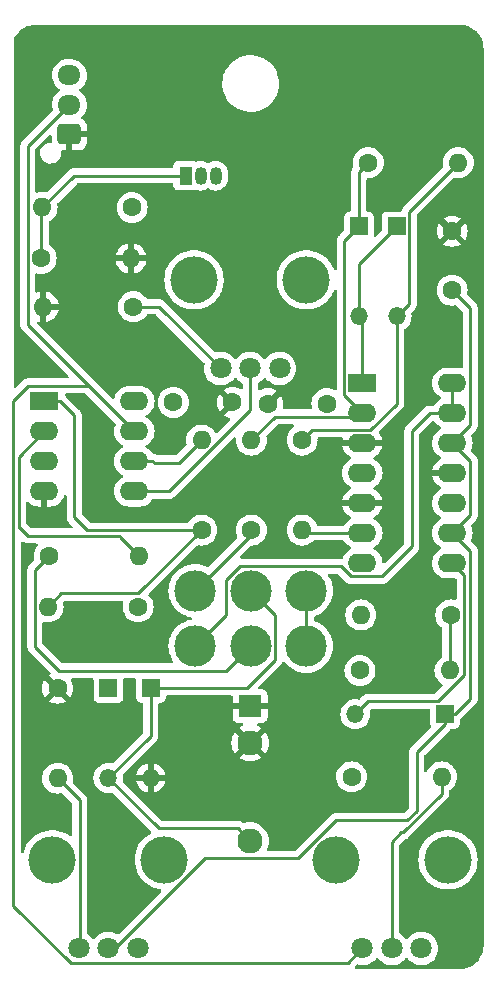
<source format=gbr>
%TF.GenerationSoftware,KiCad,Pcbnew,7.0.9*%
%TF.CreationDate,2024-05-17T11:53:29+10:00*%
%TF.ProjectId,_rotary_,5f726f74-6172-4795-9f2e-6b696361645f,v0_1_2*%
%TF.SameCoordinates,Original*%
%TF.FileFunction,Copper,L1,Top*%
%TF.FilePolarity,Positive*%
%FSLAX46Y46*%
G04 Gerber Fmt 4.6, Leading zero omitted, Abs format (unit mm)*
G04 Created by KiCad (PCBNEW 7.0.9) date 2024-05-17 11:53:29*
%MOMM*%
%LPD*%
G01*
G04 APERTURE LIST*
G04 Aperture macros list*
%AMRoundRect*
0 Rectangle with rounded corners*
0 $1 Rounding radius*
0 $2 $3 $4 $5 $6 $7 $8 $9 X,Y pos of 4 corners*
0 Add a 4 corners polygon primitive as box body*
4,1,4,$2,$3,$4,$5,$6,$7,$8,$9,$2,$3,0*
0 Add four circle primitives for the rounded corners*
1,1,$1+$1,$2,$3*
1,1,$1+$1,$4,$5*
1,1,$1+$1,$6,$7*
1,1,$1+$1,$8,$9*
0 Add four rect primitives between the rounded corners*
20,1,$1+$1,$2,$3,$4,$5,0*
20,1,$1+$1,$4,$5,$6,$7,0*
20,1,$1+$1,$6,$7,$8,$9,0*
20,1,$1+$1,$8,$9,$2,$3,0*%
G04 Aperture macros list end*
%TA.AperFunction,ComponentPad*%
%ADD10R,1.930000X1.830000*%
%TD*%
%TA.AperFunction,ComponentPad*%
%ADD11C,2.130000*%
%TD*%
%TA.AperFunction,ComponentPad*%
%ADD12C,1.600000*%
%TD*%
%TA.AperFunction,ComponentPad*%
%ADD13O,1.600000X1.600000*%
%TD*%
%TA.AperFunction,WasherPad*%
%ADD14C,4.000000*%
%TD*%
%TA.AperFunction,ComponentPad*%
%ADD15C,1.800000*%
%TD*%
%TA.AperFunction,ComponentPad*%
%ADD16R,1.500000X1.500000*%
%TD*%
%TA.AperFunction,ComponentPad*%
%ADD17O,1.500000X1.500000*%
%TD*%
%TA.AperFunction,ComponentPad*%
%ADD18R,2.400000X1.600000*%
%TD*%
%TA.AperFunction,ComponentPad*%
%ADD19O,2.400000X1.600000*%
%TD*%
%TA.AperFunction,ComponentPad*%
%ADD20R,1.050000X1.500000*%
%TD*%
%TA.AperFunction,ComponentPad*%
%ADD21O,1.050000X1.500000*%
%TD*%
%TA.AperFunction,ComponentPad*%
%ADD22C,3.500000*%
%TD*%
%TA.AperFunction,ComponentPad*%
%ADD23RoundRect,0.250000X0.725000X-0.600000X0.725000X0.600000X-0.725000X0.600000X-0.725000X-0.600000X0*%
%TD*%
%TA.AperFunction,ComponentPad*%
%ADD24O,1.950000X1.700000*%
%TD*%
%TA.AperFunction,Conductor*%
%ADD25C,0.250000*%
%TD*%
G04 APERTURE END LIST*
D10*
%TO.P,J1,S*%
%TO.N,GND*%
X100000000Y-117720000D03*
D11*
%TO.P,J1,T*%
%TO.N,Net-(D1-A)*%
X100000000Y-129120000D03*
%TO.P,J1,TN*%
%TO.N,GND*%
X100000000Y-120820000D03*
%TD*%
D12*
%TO.P,R9,1*%
%TO.N,Net-(D3-K)*%
X110000000Y-71700000D03*
D13*
%TO.P,R9,2*%
%TO.N,Net-(D4-A)*%
X117620000Y-71700000D03*
%TD*%
D12*
%TO.P,R11,1*%
%TO.N,Net-(SW1A-A)*%
X109300000Y-114700000D03*
D13*
%TO.P,R11,2*%
%TO.N,Net-(U3B--)*%
X116920000Y-114700000D03*
%TD*%
D12*
%TO.P,C1,1*%
%TO.N,GND*%
X98500000Y-92000000D03*
%TO.P,C1,2*%
%TO.N,+5V*%
X93500000Y-92000000D03*
%TD*%
%TO.P,R10,1*%
%TO.N,Net-(D4-A)*%
X104400000Y-95190000D03*
D13*
%TO.P,R10,2*%
%TO.N,Net-(U3B--)*%
X104400000Y-102810000D03*
%TD*%
D12*
%TO.P,C3,1*%
%TO.N,Net-(D5-K)*%
X117100000Y-82500000D03*
%TO.P,C3,2*%
%TO.N,GND*%
X117100000Y-77500000D03*
%TD*%
%TO.P,R12,1*%
%TO.N,Net-(U3B--)*%
X117000000Y-110000000D03*
D13*
%TO.P,R12,2*%
%TO.N,Net-(U3C-+)*%
X109380000Y-110000000D03*
%TD*%
D12*
%TO.P,R3,1*%
%TO.N,Net-(R2-Pad2)*%
X95900000Y-102810000D03*
D13*
%TO.P,R3,2*%
%TO.N,Net-(U1B--)*%
X95900000Y-95190000D03*
%TD*%
D14*
%TO.P,RV3,*%
%TO.N,*%
X83250000Y-130725000D03*
X92750000Y-130725000D03*
D15*
%TO.P,RV3,1,1*%
%TO.N,unconnected-(RV3-Pad1)*%
X90500000Y-138225000D03*
%TO.P,RV3,2,2*%
%TO.N,Net-(D5-K)*%
X88000000Y-138225000D03*
%TO.P,RV3,3,3*%
%TO.N,Net-(R14-Pad2)*%
X85500000Y-138225000D03*
%TD*%
D16*
%TO.P,D4,1,K*%
%TO.N,Net-(D3-A)*%
X112400000Y-77100000D03*
D17*
%TO.P,D4,2,A*%
%TO.N,Net-(D4-A)*%
X112400000Y-84720000D03*
%TD*%
D12*
%TO.P,C2,1*%
%TO.N,GND*%
X101500000Y-92100000D03*
%TO.P,C2,2*%
%TO.N,+5V*%
X106500000Y-92100000D03*
%TD*%
D18*
%TO.P,U1,1*%
%TO.N,Net-(R2-Pad2)*%
X82575000Y-91900000D03*
D19*
%TO.P,U1,2,-*%
%TO.N,Net-(U1A--)*%
X82575000Y-94440000D03*
%TO.P,U1,3,+*%
%TO.N,+2.5V*%
X82575000Y-96980000D03*
%TO.P,U1,4,V-*%
%TO.N,GND*%
X82575000Y-99520000D03*
%TO.P,U1,5,+*%
%TO.N,Net-(U1B-+)*%
X90195000Y-99520000D03*
%TO.P,U1,6,-*%
%TO.N,Net-(U1B--)*%
X90195000Y-96980000D03*
%TO.P,U1,7*%
%TO.N,Net-(J2-Pin_2)*%
X90195000Y-94440000D03*
%TO.P,U1,8,V+*%
%TO.N,+5V*%
X90195000Y-91900000D03*
%TD*%
D12*
%TO.P,R8,1*%
%TO.N,Net-(SW1A-A)*%
X100100000Y-102810000D03*
D13*
%TO.P,R8,2*%
%TO.N,Net-(D3-K)*%
X100100000Y-95190000D03*
%TD*%
D12*
%TO.P,R14,1*%
%TO.N,GND*%
X83700000Y-116200000D03*
D13*
%TO.P,R14,2*%
%TO.N,Net-(R14-Pad2)*%
X83700000Y-123820000D03*
%TD*%
D12*
%TO.P,R1,1*%
%TO.N,Net-(SW1B-B)*%
X82990000Y-105000000D03*
D13*
%TO.P,R1,2*%
%TO.N,Net-(U1A--)*%
X90610000Y-105000000D03*
%TD*%
D20*
%TO.P,U2,1,ADJ*%
%TO.N,Net-(U2-ADJ)*%
X94530000Y-72800000D03*
D21*
%TO.P,U2,2,VO*%
%TO.N,+2.5V*%
X95800000Y-72800000D03*
%TO.P,U2,3,VI*%
%TO.N,+5V*%
X97070000Y-72800000D03*
%TD*%
D22*
%TO.P,SW1,1,A*%
%TO.N,Net-(SW1A-A)*%
X95350000Y-107945000D03*
%TO.P,SW1,2,B*%
%TO.N,Net-(D1-A)*%
X100050000Y-107945000D03*
%TO.P,SW1,3,C*%
%TO.N,Net-(SW1A-C)*%
X104750000Y-107945000D03*
%TO.P,SW1,4,A*%
%TO.N,Net-(SW1B-A)*%
X95350000Y-112645000D03*
%TO.P,SW1,5,B*%
%TO.N,Net-(SW1B-B)*%
X100050000Y-112645000D03*
%TO.P,SW1,6,C*%
%TO.N,Net-(SW1A-C)*%
X104750000Y-112645000D03*
%TD*%
D16*
%TO.P,D3,1,K*%
%TO.N,Net-(D3-K)*%
X109200000Y-77100000D03*
D17*
%TO.P,D3,2,A*%
%TO.N,Net-(D3-A)*%
X109200000Y-84720000D03*
%TD*%
D12*
%TO.P,R5,1*%
%TO.N,Net-(R5-Pad1)*%
X90120000Y-83900000D03*
D13*
%TO.P,R5,2*%
%TO.N,GND*%
X82500000Y-83900000D03*
%TD*%
D16*
%TO.P,D5,1,K*%
%TO.N,Net-(D5-K)*%
X116520000Y-118400000D03*
D17*
%TO.P,D5,2,A*%
%TO.N,Net-(D5-A)*%
X108900000Y-118400000D03*
%TD*%
D14*
%TO.P,RV2,*%
%TO.N,*%
X107250000Y-130725000D03*
X116750000Y-130725000D03*
D15*
%TO.P,RV2,1,1*%
%TO.N,unconnected-(RV2-Pad1)*%
X114500000Y-138225000D03*
%TO.P,RV2,2,2*%
%TO.N,Net-(R4-Pad2)*%
X112000000Y-138225000D03*
%TO.P,RV2,3,3*%
%TO.N,Net-(J2-Pin_2)*%
X109500000Y-138225000D03*
%TD*%
D12*
%TO.P,R6,1*%
%TO.N,+2.5V*%
X90010000Y-75500000D03*
D13*
%TO.P,R6,2*%
%TO.N,Net-(U2-ADJ)*%
X82390000Y-75500000D03*
%TD*%
D18*
%TO.P,U3,1*%
%TO.N,Net-(D3-A)*%
X109500000Y-90360000D03*
D19*
%TO.P,U3,2,-*%
%TO.N,Net-(D3-K)*%
X109500000Y-92900000D03*
%TO.P,U3,3,+*%
%TO.N,GND*%
X109500000Y-95440000D03*
%TO.P,U3,4,V+*%
%TO.N,+5V*%
X109500000Y-97980000D03*
%TO.P,U3,5,+*%
%TO.N,GND*%
X109500000Y-100520000D03*
%TO.P,U3,6,-*%
%TO.N,Net-(U3B--)*%
X109500000Y-103060000D03*
%TO.P,U3,7*%
%TO.N,Net-(U3C-+)*%
X109500000Y-105600000D03*
%TO.P,U3,8*%
%TO.N,Net-(D5-A)*%
X117120000Y-105600000D03*
%TO.P,U3,9,-*%
%TO.N,Net-(D5-K)*%
X117120000Y-103060000D03*
%TO.P,U3,10,+*%
%TO.N,Net-(U3C-+)*%
X117120000Y-100520000D03*
%TO.P,U3,11,V-*%
%TO.N,GND*%
X117120000Y-97980000D03*
%TO.P,U3,12,+*%
%TO.N,Net-(D5-K)*%
X117120000Y-95440000D03*
%TO.P,U3,13,-*%
%TO.N,Net-(SW1B-A)*%
X117120000Y-92900000D03*
%TO.P,U3,14*%
X117120000Y-90360000D03*
%TD*%
D14*
%TO.P,RV1,*%
%TO.N,*%
X95250000Y-81625000D03*
X104750000Y-81625000D03*
D15*
%TO.P,RV1,1,1*%
%TO.N,+5V*%
X102500000Y-89125000D03*
%TO.P,RV1,2,2*%
%TO.N,Net-(U1B-+)*%
X100000000Y-89125000D03*
%TO.P,RV1,3,3*%
%TO.N,Net-(R5-Pad1)*%
X97500000Y-89125000D03*
%TD*%
D12*
%TO.P,R4,1*%
%TO.N,Net-(U1B--)*%
X108590000Y-123700000D03*
D13*
%TO.P,R4,2*%
%TO.N,Net-(R4-Pad2)*%
X116210000Y-123700000D03*
%TD*%
D16*
%TO.P,D2,1,K*%
%TO.N,Net-(D1-A)*%
X91600000Y-116170000D03*
D17*
%TO.P,D2,2,A*%
%TO.N,GND*%
X91600000Y-123790000D03*
%TD*%
D16*
%TO.P,D1,1,K*%
%TO.N,+5V*%
X88000000Y-116185000D03*
D17*
%TO.P,D1,2,A*%
%TO.N,Net-(D1-A)*%
X88000000Y-123805000D03*
%TD*%
D12*
%TO.P,R2,1*%
%TO.N,Net-(U1A--)*%
X90520000Y-109300000D03*
D13*
%TO.P,R2,2*%
%TO.N,Net-(R2-Pad2)*%
X82900000Y-109300000D03*
%TD*%
D12*
%TO.P,R7,1*%
%TO.N,Net-(U2-ADJ)*%
X82300000Y-79800000D03*
D13*
%TO.P,R7,2*%
%TO.N,GND*%
X89920000Y-79800000D03*
%TD*%
D23*
%TO.P,J2,1,Pin_1*%
%TO.N,GND*%
X84700000Y-69300000D03*
D24*
%TO.P,J2,2,Pin_2*%
%TO.N,Net-(J2-Pin_2)*%
X84700000Y-66800000D03*
%TO.P,J2,3,Pin_3*%
%TO.N,+5V*%
X84700000Y-64300000D03*
%TD*%
D25*
%TO.N,Net-(D5-K)*%
X116520000Y-118400000D02*
X117320000Y-118400000D01*
X104086953Y-130600000D02*
X107286953Y-127400000D01*
X118645000Y-84045000D02*
X117100000Y-82500000D01*
X118645000Y-101535000D02*
X118645000Y-96965000D01*
X117120000Y-95440000D02*
X118645000Y-93915000D01*
X88000000Y-138225000D02*
X88538047Y-138225000D01*
X113300000Y-127400000D02*
X114100000Y-126600000D01*
X114100000Y-121620000D02*
X116520000Y-119200000D01*
X116520000Y-119200000D02*
X116520000Y-118400000D01*
X117320000Y-118400000D02*
X118645000Y-117075000D01*
X118645000Y-104585000D02*
X117120000Y-103060000D01*
X118645000Y-93915000D02*
X118645000Y-84045000D01*
X118645000Y-117075000D02*
X118645000Y-104585000D01*
X107286953Y-127400000D02*
X113300000Y-127400000D01*
X117120000Y-103060000D02*
X118645000Y-101535000D01*
X88538047Y-138225000D02*
X96163047Y-130600000D01*
X118645000Y-96965000D02*
X117120000Y-95440000D01*
X96163047Y-130600000D02*
X104086953Y-130600000D01*
X114100000Y-126600000D02*
X114100000Y-121620000D01*
%TO.N,Net-(R2-Pad2)*%
X82900000Y-109300000D02*
X84025000Y-108175000D01*
X83900000Y-91900000D02*
X82575000Y-91900000D01*
X85100000Y-101700000D02*
X85100000Y-93100000D01*
X86210000Y-102810000D02*
X85100000Y-101700000D01*
X95900000Y-102810000D02*
X86210000Y-102810000D01*
X85100000Y-93100000D02*
X83900000Y-91900000D01*
X90535000Y-108175000D02*
X95900000Y-102810000D01*
X84025000Y-108175000D02*
X90535000Y-108175000D01*
%TO.N,Net-(R4-Pad2)*%
X112000000Y-138900000D02*
X112000000Y-138225000D01*
X112800000Y-128400000D02*
X112000000Y-129200000D01*
X112936396Y-128400000D02*
X116210000Y-125126396D01*
X116210000Y-125126396D02*
X116210000Y-123700000D01*
X112000000Y-129200000D02*
X112000000Y-138225000D01*
X112936396Y-128400000D02*
X112800000Y-128400000D01*
%TO.N,Net-(R5-Pad1)*%
X92275000Y-83900000D02*
X97500000Y-89125000D01*
X90120000Y-83900000D02*
X92275000Y-83900000D01*
%TO.N,Net-(D1-A)*%
X102125000Y-113775000D02*
X99730000Y-116170000D01*
X100000000Y-129120000D02*
X98935000Y-128055000D01*
X100050000Y-107945000D02*
X102125000Y-110020000D01*
X99730000Y-116170000D02*
X91600000Y-116170000D01*
X91600000Y-116170000D02*
X91600000Y-120205000D01*
X92250000Y-128055000D02*
X88000000Y-123805000D01*
X98935000Y-128055000D02*
X92250000Y-128055000D01*
X102125000Y-110020000D02*
X102125000Y-113775000D01*
X91600000Y-120205000D02*
X88000000Y-123805000D01*
%TO.N,Net-(D3-K)*%
X109175000Y-93225000D02*
X109500000Y-92900000D01*
X102065000Y-93225000D02*
X109175000Y-93225000D01*
X109200000Y-77100000D02*
X109200001Y-72499999D01*
X100100000Y-95190000D02*
X102065000Y-93225000D01*
X109200001Y-72499999D02*
X110000000Y-71700000D01*
X109500000Y-92900000D02*
X107975000Y-91375000D01*
X107975000Y-78325000D02*
X109200000Y-77100000D01*
X107975000Y-91375000D02*
X107975000Y-78325000D01*
%TO.N,Net-(D3-A)*%
X109200000Y-84720000D02*
X109200000Y-80300000D01*
X109500000Y-90360000D02*
X109500000Y-85020000D01*
X109500000Y-85020000D02*
X109200000Y-84720000D01*
X109200000Y-80300000D02*
X112400000Y-77100000D01*
%TO.N,Net-(D4-A)*%
X110185000Y-94315000D02*
X112400000Y-92100000D01*
X112400000Y-84720000D02*
X113475000Y-83645000D01*
X113475000Y-83645000D02*
X113475000Y-75845000D01*
X113475000Y-75845000D02*
X117620000Y-71700000D01*
X112400000Y-92100000D02*
X112400000Y-84720000D01*
X105275000Y-94315000D02*
X110185000Y-94315000D01*
X104400000Y-95190000D02*
X105275000Y-94315000D01*
%TO.N,Net-(D5-A)*%
X115885991Y-117325000D02*
X118125000Y-115085991D01*
X118125000Y-115085991D02*
X118125000Y-106605000D01*
X109975000Y-117325000D02*
X115885991Y-117325000D01*
X108900000Y-118400000D02*
X109975000Y-117325000D01*
X118125000Y-106605000D02*
X117120000Y-105600000D01*
%TO.N,Net-(J2-Pin_2)*%
X109500000Y-138225000D02*
X108275000Y-139450000D01*
X86355000Y-90600000D02*
X90195000Y-94440000D01*
X81175000Y-70325000D02*
X84700000Y-66800000D01*
X79950000Y-134600000D02*
X79950000Y-91875000D01*
X81225000Y-90600000D02*
X86355000Y-90600000D01*
X90195000Y-94440000D02*
X81175000Y-85420000D01*
X84800000Y-139450000D02*
X79950000Y-134600000D01*
X81175000Y-85420000D02*
X81175000Y-70325000D01*
X79950000Y-91875000D02*
X81225000Y-90600000D01*
X108275000Y-139450000D02*
X84800000Y-139450000D01*
%TO.N,Net-(U1A--)*%
X90610000Y-105000000D02*
X89000000Y-103390000D01*
X80400000Y-96615000D02*
X82575000Y-94440000D01*
X89000000Y-103300000D02*
X81200000Y-103300000D01*
X80500000Y-102600000D02*
X80400000Y-102600000D01*
X81200000Y-103300000D02*
X80500000Y-102600000D01*
X89000000Y-103390000D02*
X89000000Y-103300000D01*
X80400000Y-102600000D02*
X80400000Y-96615000D01*
%TO.N,Net-(SW1B-B)*%
X81775000Y-112675000D02*
X81775000Y-106215000D01*
X83820000Y-114720000D02*
X81775000Y-112675000D01*
X97975000Y-114720000D02*
X83820000Y-114720000D01*
X100050000Y-112645000D02*
X97975000Y-114720000D01*
X81775000Y-106215000D02*
X82990000Y-105000000D01*
%TO.N,Net-(U1B--)*%
X93990000Y-97100000D02*
X91900000Y-97100000D01*
X95900000Y-95190000D02*
X93990000Y-97100000D01*
X91900000Y-97100000D02*
X91780000Y-96980000D01*
X91780000Y-96980000D02*
X90195000Y-96980000D01*
%TO.N,Net-(U2-ADJ)*%
X94530000Y-72800000D02*
X85090000Y-72800000D01*
X82300000Y-79800000D02*
X82300000Y-75590000D01*
X85090000Y-72800000D02*
X82390000Y-75500000D01*
X82300000Y-75590000D02*
X82390000Y-75500000D01*
%TO.N,Net-(SW1A-A)*%
X95350000Y-107945000D02*
X100100000Y-103195000D01*
X100100000Y-103195000D02*
X100100000Y-102810000D01*
%TO.N,Net-(U3B--)*%
X116920000Y-114700000D02*
X116920000Y-110080000D01*
X116920000Y-110080000D02*
X117000000Y-110000000D01*
X109500000Y-103060000D02*
X104650000Y-103060000D01*
X104650000Y-103060000D02*
X104400000Y-102810000D01*
%TO.N,Net-(R14-Pad2)*%
X85575000Y-125695000D02*
X85575000Y-138150000D01*
X85575000Y-138150000D02*
X85500000Y-138225000D01*
X83700000Y-123820000D02*
X85575000Y-125695000D01*
%TO.N,Net-(U1B-+)*%
X90195000Y-99520000D02*
X93160991Y-99520000D01*
X100000000Y-92680991D02*
X100000000Y-89125000D01*
X93160991Y-99520000D02*
X100000000Y-92680991D01*
%TO.N,Net-(SW1A-C)*%
X104750000Y-112645000D02*
X104750000Y-107945000D01*
%TO.N,Net-(SW1B-A)*%
X95350000Y-112645000D02*
X97975000Y-110020000D01*
X97975000Y-107025000D02*
X99130000Y-105870000D01*
X99130000Y-105870000D02*
X107670000Y-105870000D01*
X113700000Y-104200000D02*
X113700000Y-94400000D01*
X108525000Y-106725000D02*
X111175000Y-106725000D01*
X107670000Y-105870000D02*
X108525000Y-106725000D01*
X111175000Y-106725000D02*
X113700000Y-104200000D01*
X97975000Y-110020000D02*
X97975000Y-107025000D01*
X115200000Y-92900000D02*
X117120000Y-92900000D01*
X113700000Y-94400000D02*
X115200000Y-92900000D01*
X117120000Y-92900000D02*
X117120000Y-90360000D01*
%TD*%
%TA.AperFunction,Conductor*%
%TO.N,GND*%
G36*
X117787843Y-60025634D02*
G01*
X118039407Y-60042121D01*
X118047548Y-60043193D01*
X118257024Y-60084859D01*
X118292774Y-60091970D01*
X118300738Y-60094103D01*
X118419113Y-60134286D01*
X118537483Y-60174467D01*
X118545104Y-60177623D01*
X118769333Y-60288199D01*
X118776479Y-60292324D01*
X118984360Y-60431225D01*
X118990895Y-60436239D01*
X119176295Y-60598830D01*
X119178870Y-60601088D01*
X119184700Y-60606918D01*
X119343859Y-60788402D01*
X119349546Y-60794886D01*
X119354568Y-60801431D01*
X119493467Y-61009307D01*
X119497591Y-61016451D01*
X119608172Y-61240685D01*
X119611329Y-61248307D01*
X119691690Y-61485041D01*
X119693825Y-61493010D01*
X119742602Y-61738223D01*
X119743678Y-61746402D01*
X119756335Y-61939505D01*
X119759030Y-61980629D01*
X119760151Y-61997724D01*
X119760286Y-62001845D01*
X119760286Y-137983727D01*
X119760151Y-137987843D01*
X119743665Y-138239392D01*
X119742590Y-138247564D01*
X119693814Y-138492774D01*
X119691679Y-138500742D01*
X119611318Y-138737481D01*
X119608161Y-138745103D01*
X119497585Y-138969331D01*
X119493460Y-138976475D01*
X119354565Y-139184348D01*
X119349543Y-139190893D01*
X119184697Y-139378864D01*
X119178864Y-139384697D01*
X118990893Y-139549543D01*
X118984348Y-139554565D01*
X118776475Y-139693460D01*
X118769331Y-139697585D01*
X118545103Y-139808161D01*
X118537481Y-139811318D01*
X118300742Y-139891679D01*
X118292774Y-139893814D01*
X118099521Y-139932255D01*
X118047561Y-139942590D01*
X118039392Y-139943665D01*
X117787842Y-139960151D01*
X117783728Y-139960286D01*
X108964807Y-139960286D01*
X108896686Y-139940284D01*
X108850193Y-139886628D01*
X108840089Y-139816354D01*
X108869583Y-139751774D01*
X108875697Y-139745205D01*
X109002724Y-139618178D01*
X109065032Y-139584156D01*
X109132728Y-139588103D01*
X109153049Y-139595080D01*
X109383288Y-139633500D01*
X109383292Y-139633500D01*
X109616708Y-139633500D01*
X109616712Y-139633500D01*
X109846951Y-139595080D01*
X110067727Y-139519287D01*
X110273017Y-139408190D01*
X110457220Y-139264818D01*
X110615314Y-139093083D01*
X110644517Y-139048383D01*
X110698519Y-139002296D01*
X110768867Y-138992720D01*
X110833225Y-139022696D01*
X110855481Y-139048382D01*
X110884686Y-139093083D01*
X110884687Y-139093084D01*
X111042774Y-139264813D01*
X111042778Y-139264817D01*
X111108650Y-139316087D01*
X111226983Y-139408190D01*
X111432273Y-139519287D01*
X111653049Y-139595080D01*
X111883288Y-139633500D01*
X111883292Y-139633500D01*
X112116708Y-139633500D01*
X112116712Y-139633500D01*
X112346951Y-139595080D01*
X112567727Y-139519287D01*
X112773017Y-139408190D01*
X112957220Y-139264818D01*
X113115314Y-139093083D01*
X113144517Y-139048383D01*
X113198519Y-139002296D01*
X113268867Y-138992720D01*
X113333225Y-139022696D01*
X113355481Y-139048382D01*
X113384686Y-139093083D01*
X113384687Y-139093084D01*
X113542774Y-139264813D01*
X113542778Y-139264817D01*
X113608650Y-139316087D01*
X113726983Y-139408190D01*
X113932273Y-139519287D01*
X114153049Y-139595080D01*
X114383288Y-139633500D01*
X114383292Y-139633500D01*
X114616708Y-139633500D01*
X114616712Y-139633500D01*
X114846951Y-139595080D01*
X115067727Y-139519287D01*
X115273017Y-139408190D01*
X115457220Y-139264818D01*
X115615314Y-139093083D01*
X115742984Y-138897669D01*
X115836749Y-138683907D01*
X115894051Y-138457626D01*
X115913327Y-138225000D01*
X115894051Y-137992374D01*
X115836749Y-137766093D01*
X115742984Y-137552331D01*
X115666781Y-137435693D01*
X115615314Y-137356916D01*
X115457225Y-137185186D01*
X115457221Y-137185182D01*
X115365118Y-137113496D01*
X115273017Y-137041810D01*
X115067727Y-136930713D01*
X115067724Y-136930712D01*
X115067723Y-136930711D01*
X114846955Y-136854921D01*
X114846948Y-136854919D01*
X114748411Y-136838476D01*
X114616712Y-136816500D01*
X114383288Y-136816500D01*
X114268066Y-136835727D01*
X114153051Y-136854919D01*
X114153044Y-136854921D01*
X113932276Y-136930711D01*
X113932273Y-136930713D01*
X113726991Y-137041806D01*
X113726985Y-137041809D01*
X113726983Y-137041810D01*
X113542778Y-137185182D01*
X113542774Y-137185186D01*
X113384685Y-137356916D01*
X113355483Y-137401615D01*
X113301480Y-137447704D01*
X113231132Y-137457279D01*
X113166774Y-137427302D01*
X113144517Y-137401615D01*
X113115314Y-137356916D01*
X112957225Y-137185186D01*
X112957221Y-137185182D01*
X112865118Y-137113496D01*
X112773017Y-137041810D01*
X112765332Y-137037651D01*
X112699530Y-137002040D01*
X112649140Y-136952027D01*
X112633500Y-136891227D01*
X112633500Y-130725006D01*
X114236540Y-130725006D01*
X114256357Y-131040007D01*
X114256359Y-131040024D01*
X114315504Y-131350067D01*
X114315507Y-131350080D01*
X114413039Y-131650254D01*
X114413044Y-131650266D01*
X114547438Y-131935869D01*
X114547440Y-131935872D01*
X114547443Y-131935878D01*
X114716562Y-132202368D01*
X114917763Y-132445578D01*
X114917766Y-132445580D01*
X114917767Y-132445582D01*
X115147860Y-132661654D01*
X115403221Y-132847184D01*
X115679821Y-132999247D01*
X115973298Y-133115443D01*
X116279025Y-133193940D01*
X116279033Y-133193941D01*
X116279032Y-133193941D01*
X116373810Y-133205914D01*
X116592179Y-133233500D01*
X116592183Y-133233500D01*
X116907817Y-133233500D01*
X116907821Y-133233500D01*
X117220975Y-133193940D01*
X117526702Y-133115443D01*
X117820179Y-132999247D01*
X118096779Y-132847184D01*
X118352140Y-132661654D01*
X118582233Y-132445582D01*
X118783432Y-132202375D01*
X118783434Y-132202370D01*
X118783437Y-132202368D01*
X118952556Y-131935878D01*
X118952562Y-131935869D01*
X119086956Y-131650266D01*
X119184495Y-131350072D01*
X119243641Y-131040020D01*
X119243642Y-131040007D01*
X119263460Y-130725006D01*
X119263460Y-130724993D01*
X119243642Y-130409992D01*
X119243640Y-130409975D01*
X119233255Y-130355537D01*
X119184495Y-130099928D01*
X119158015Y-130018432D01*
X119086960Y-129799745D01*
X119086955Y-129799732D01*
X119083449Y-129792281D01*
X118952562Y-129514131D01*
X118952556Y-129514121D01*
X118783437Y-129247631D01*
X118582236Y-129004421D01*
X118571314Y-128994165D01*
X118352140Y-128788346D01*
X118348604Y-128785777D01*
X118096781Y-128602817D01*
X118054385Y-128579509D01*
X117820179Y-128450753D01*
X117526702Y-128334557D01*
X117220975Y-128256060D01*
X117220970Y-128256059D01*
X117220965Y-128256058D01*
X117220967Y-128256058D01*
X116907835Y-128216501D01*
X116907824Y-128216500D01*
X116907821Y-128216500D01*
X116592179Y-128216500D01*
X116592176Y-128216500D01*
X116592164Y-128216501D01*
X116279033Y-128256058D01*
X115973301Y-128334556D01*
X115973299Y-128334556D01*
X115973298Y-128334557D01*
X115799325Y-128403438D01*
X115679821Y-128450753D01*
X115403218Y-128602817D01*
X115147861Y-128788345D01*
X115147860Y-128788345D01*
X114917763Y-129004421D01*
X114716562Y-129247631D01*
X114547443Y-129514121D01*
X114547436Y-129514135D01*
X114413044Y-129799732D01*
X114413039Y-129799745D01*
X114315507Y-130099919D01*
X114315504Y-130099932D01*
X114256359Y-130409975D01*
X114256357Y-130409992D01*
X114236540Y-130724993D01*
X114236540Y-130725006D01*
X112633500Y-130725006D01*
X112633500Y-129514594D01*
X112653502Y-129446473D01*
X112670399Y-129425504D01*
X113047339Y-129048564D01*
X113090044Y-129020512D01*
X113095190Y-129018474D01*
X113095193Y-129018474D01*
X113139081Y-129001096D01*
X113144657Y-128999187D01*
X113189989Y-128986018D01*
X113207422Y-128975708D01*
X113225176Y-128967009D01*
X113244013Y-128959552D01*
X113282182Y-128931818D01*
X113287140Y-128928562D01*
X113327758Y-128904542D01*
X113342081Y-128890218D01*
X113357120Y-128877374D01*
X113373503Y-128865472D01*
X113403589Y-128829103D01*
X113407557Y-128824741D01*
X116598657Y-125633641D01*
X116611092Y-125623680D01*
X116610905Y-125623453D01*
X116617009Y-125618401D01*
X116617018Y-125618396D01*
X116664999Y-125567300D01*
X116686134Y-125546166D01*
X116690429Y-125540628D01*
X116694271Y-125536127D01*
X116726586Y-125501717D01*
X116736345Y-125483963D01*
X116747197Y-125467442D01*
X116759613Y-125451437D01*
X116778347Y-125408144D01*
X116780961Y-125402808D01*
X116803694Y-125361457D01*
X116803695Y-125361456D01*
X116808733Y-125341831D01*
X116815138Y-125323126D01*
X116823181Y-125304541D01*
X116830561Y-125257943D01*
X116831762Y-125252136D01*
X116843500Y-125206426D01*
X116843500Y-125186171D01*
X116845051Y-125166459D01*
X116848220Y-125146453D01*
X116845109Y-125113542D01*
X116843780Y-125099476D01*
X116843500Y-125093544D01*
X116843500Y-124919393D01*
X116863502Y-124851272D01*
X116897230Y-124816180D01*
X116932392Y-124791558D01*
X117054300Y-124706198D01*
X117216198Y-124544300D01*
X117347523Y-124356749D01*
X117444284Y-124149243D01*
X117503543Y-123928087D01*
X117523498Y-123700000D01*
X117503543Y-123471913D01*
X117444284Y-123250757D01*
X117347523Y-123043251D01*
X117216198Y-122855700D01*
X117054300Y-122693802D01*
X117038126Y-122682477D01*
X116866749Y-122562477D01*
X116659246Y-122465717D01*
X116659240Y-122465715D01*
X116565771Y-122440670D01*
X116438087Y-122406457D01*
X116210000Y-122386502D01*
X115981913Y-122406457D01*
X115760759Y-122465715D01*
X115760753Y-122465717D01*
X115553250Y-122562477D01*
X115365703Y-122693799D01*
X115365697Y-122693804D01*
X115203804Y-122855697D01*
X115203799Y-122855703D01*
X115072477Y-123043250D01*
X114973695Y-123255091D01*
X114926778Y-123308376D01*
X114858501Y-123327837D01*
X114790541Y-123307295D01*
X114744475Y-123253273D01*
X114733500Y-123201841D01*
X114733500Y-121934594D01*
X114753502Y-121866473D01*
X114770405Y-121845499D01*
X115795906Y-120819998D01*
X116908660Y-119707243D01*
X116921092Y-119697285D01*
X116920904Y-119697058D01*
X116932559Y-119687416D01*
X116997796Y-119659405D01*
X117012875Y-119658500D01*
X117318632Y-119658500D01*
X117318638Y-119658500D01*
X117318645Y-119658499D01*
X117318649Y-119658499D01*
X117379196Y-119651990D01*
X117379199Y-119651989D01*
X117379201Y-119651989D01*
X117516204Y-119600889D01*
X117633261Y-119513261D01*
X117707484Y-119414111D01*
X117720887Y-119396207D01*
X117720887Y-119396206D01*
X117720889Y-119396204D01*
X117771989Y-119259201D01*
X117771989Y-119259199D01*
X117771990Y-119259196D01*
X117778499Y-119198649D01*
X117778500Y-119198632D01*
X117778500Y-118889593D01*
X117798502Y-118821472D01*
X117815405Y-118800498D01*
X118398481Y-118217422D01*
X119033659Y-117582244D01*
X119046098Y-117572280D01*
X119045910Y-117572053D01*
X119052013Y-117567002D01*
X119052018Y-117567000D01*
X119099984Y-117515920D01*
X119121135Y-117494770D01*
X119125445Y-117489212D01*
X119129274Y-117484729D01*
X119161586Y-117450321D01*
X119171346Y-117432565D01*
X119182195Y-117416050D01*
X119194614Y-117400041D01*
X119213363Y-117356710D01*
X119215953Y-117351423D01*
X119238695Y-117310060D01*
X119243733Y-117290434D01*
X119250137Y-117271732D01*
X119258180Y-117253147D01*
X119258179Y-117253147D01*
X119258181Y-117253145D01*
X119265561Y-117206547D01*
X119266762Y-117200740D01*
X119278500Y-117155030D01*
X119278500Y-117134775D01*
X119280051Y-117115063D01*
X119280853Y-117110000D01*
X119283220Y-117095057D01*
X119280629Y-117067651D01*
X119278780Y-117048080D01*
X119278500Y-117042148D01*
X119278500Y-104668854D01*
X119280249Y-104653012D01*
X119279956Y-104652985D01*
X119280700Y-104645099D01*
X119280702Y-104645092D01*
X119278500Y-104575028D01*
X119278500Y-104545144D01*
X119277620Y-104538182D01*
X119277156Y-104532293D01*
X119275674Y-104485111D01*
X119270020Y-104465652D01*
X119266012Y-104446297D01*
X119263474Y-104426203D01*
X119246103Y-104382329D01*
X119244189Y-104376740D01*
X119231019Y-104331407D01*
X119220703Y-104313964D01*
X119212005Y-104296209D01*
X119204552Y-104277383D01*
X119184553Y-104249857D01*
X119176818Y-104239210D01*
X119173558Y-104234247D01*
X119165165Y-104220055D01*
X119149542Y-104193638D01*
X119135214Y-104179310D01*
X119122384Y-104164289D01*
X119110472Y-104147893D01*
X119110469Y-104147891D01*
X119110469Y-104147890D01*
X119074107Y-104117808D01*
X119069726Y-104113822D01*
X118724719Y-103768815D01*
X118690693Y-103706503D01*
X118695758Y-103635688D01*
X118699615Y-103626479D01*
X118754284Y-103509243D01*
X118813543Y-103288087D01*
X118833498Y-103060000D01*
X118813543Y-102831913D01*
X118754284Y-102610757D01*
X118699618Y-102493526D01*
X118688958Y-102423336D01*
X118717938Y-102358524D01*
X118724706Y-102351196D01*
X119033657Y-102042245D01*
X119046092Y-102032284D01*
X119045905Y-102032057D01*
X119052009Y-102027005D01*
X119052018Y-102027000D01*
X119099999Y-101975904D01*
X119121135Y-101954769D01*
X119125437Y-101949221D01*
X119129267Y-101944735D01*
X119161586Y-101910321D01*
X119171345Y-101892567D01*
X119182204Y-101876038D01*
X119194614Y-101860040D01*
X119213354Y-101816732D01*
X119215965Y-101811404D01*
X119238695Y-101770060D01*
X119243733Y-101750435D01*
X119250138Y-101731730D01*
X119258181Y-101713145D01*
X119265561Y-101666547D01*
X119266762Y-101660740D01*
X119278500Y-101615030D01*
X119278500Y-101594775D01*
X119280051Y-101575063D01*
X119283220Y-101555057D01*
X119280455Y-101525810D01*
X119278780Y-101508080D01*
X119278500Y-101502148D01*
X119278500Y-97048854D01*
X119280249Y-97033012D01*
X119279956Y-97032985D01*
X119280700Y-97025099D01*
X119280702Y-97025092D01*
X119278500Y-96955028D01*
X119278500Y-96925144D01*
X119277620Y-96918182D01*
X119277156Y-96912293D01*
X119275674Y-96865111D01*
X119270020Y-96845652D01*
X119266012Y-96826297D01*
X119263474Y-96806203D01*
X119246103Y-96762329D01*
X119244189Y-96756740D01*
X119231019Y-96711407D01*
X119220703Y-96693964D01*
X119212005Y-96676209D01*
X119204552Y-96657383D01*
X119176818Y-96619210D01*
X119173558Y-96614247D01*
X119162814Y-96596080D01*
X119149542Y-96573638D01*
X119135214Y-96559310D01*
X119122384Y-96544289D01*
X119110472Y-96527893D01*
X119110469Y-96527891D01*
X119110469Y-96527890D01*
X119074107Y-96497808D01*
X119069726Y-96493822D01*
X118724719Y-96148815D01*
X118690693Y-96086503D01*
X118695758Y-96015688D01*
X118699615Y-96006479D01*
X118754284Y-95889243D01*
X118813543Y-95668087D01*
X118833498Y-95440000D01*
X118813543Y-95211913D01*
X118754284Y-94990757D01*
X118699618Y-94873526D01*
X118688958Y-94803336D01*
X118717938Y-94738524D01*
X118724706Y-94731196D01*
X119033657Y-94422245D01*
X119046092Y-94412284D01*
X119045905Y-94412057D01*
X119052009Y-94407005D01*
X119052018Y-94407000D01*
X119099999Y-94355904D01*
X119121135Y-94334769D01*
X119125437Y-94329221D01*
X119129267Y-94324735D01*
X119161586Y-94290321D01*
X119171345Y-94272567D01*
X119182204Y-94256038D01*
X119194614Y-94240040D01*
X119213354Y-94196732D01*
X119215965Y-94191404D01*
X119238695Y-94150060D01*
X119243733Y-94130435D01*
X119250138Y-94111730D01*
X119251645Y-94108248D01*
X119258181Y-94093145D01*
X119265561Y-94046547D01*
X119266762Y-94040740D01*
X119278500Y-93995030D01*
X119278500Y-93974775D01*
X119280051Y-93955063D01*
X119283220Y-93935057D01*
X119280185Y-93902948D01*
X119278780Y-93888080D01*
X119278500Y-93882148D01*
X119278500Y-84128853D01*
X119280249Y-84113011D01*
X119279956Y-84112984D01*
X119280702Y-84105091D01*
X119278500Y-84035028D01*
X119278500Y-84005150D01*
X119278500Y-84005144D01*
X119277620Y-83998182D01*
X119277156Y-83992293D01*
X119275674Y-83945111D01*
X119270017Y-83925642D01*
X119266012Y-83906298D01*
X119263474Y-83886203D01*
X119246100Y-83842322D01*
X119244181Y-83836716D01*
X119240238Y-83823145D01*
X119231018Y-83791407D01*
X119220706Y-83773970D01*
X119212010Y-83756221D01*
X119204552Y-83737383D01*
X119176812Y-83699203D01*
X119173564Y-83694258D01*
X119149542Y-83653638D01*
X119135214Y-83639310D01*
X119122384Y-83624289D01*
X119110472Y-83607893D01*
X119110469Y-83607891D01*
X119110469Y-83607890D01*
X119074113Y-83577813D01*
X119069721Y-83573817D01*
X118409150Y-82913245D01*
X118375125Y-82850933D01*
X118376539Y-82791542D01*
X118393543Y-82728087D01*
X118413498Y-82500000D01*
X118393543Y-82271913D01*
X118334284Y-82050757D01*
X118237523Y-81843251D01*
X118106198Y-81655700D01*
X117944300Y-81493802D01*
X117756749Y-81362477D01*
X117644194Y-81309992D01*
X117549246Y-81265717D01*
X117549240Y-81265715D01*
X117455771Y-81240670D01*
X117328087Y-81206457D01*
X117100000Y-81186502D01*
X116871913Y-81206457D01*
X116650759Y-81265715D01*
X116650753Y-81265717D01*
X116443250Y-81362477D01*
X116255703Y-81493799D01*
X116255697Y-81493804D01*
X116093804Y-81655697D01*
X116093799Y-81655703D01*
X115962477Y-81843250D01*
X115865717Y-82050753D01*
X115865716Y-82050757D01*
X115806457Y-82271913D01*
X115786502Y-82500000D01*
X115806457Y-82728087D01*
X115823458Y-82791536D01*
X115865715Y-82949240D01*
X115865717Y-82949246D01*
X115962477Y-83156749D01*
X116084072Y-83330405D01*
X116093802Y-83344300D01*
X116255700Y-83506198D01*
X116443251Y-83637523D01*
X116650757Y-83734284D01*
X116871913Y-83793543D01*
X117100000Y-83813498D01*
X117328087Y-83793543D01*
X117391541Y-83776540D01*
X117462513Y-83778228D01*
X117513245Y-83809150D01*
X117974595Y-84270499D01*
X118008620Y-84332812D01*
X118011500Y-84359595D01*
X118011500Y-88972832D01*
X117991498Y-89040953D01*
X117937842Y-89087446D01*
X117867568Y-89097550D01*
X117852891Y-89094539D01*
X117748087Y-89066457D01*
X117577127Y-89051500D01*
X116662873Y-89051500D01*
X116588452Y-89058011D01*
X116491913Y-89066457D01*
X116270759Y-89125715D01*
X116270753Y-89125717D01*
X116063250Y-89222477D01*
X115875703Y-89353799D01*
X115875697Y-89353804D01*
X115713804Y-89515697D01*
X115713799Y-89515703D01*
X115582477Y-89703250D01*
X115485717Y-89910753D01*
X115485715Y-89910759D01*
X115426457Y-90131913D01*
X115406502Y-90360000D01*
X115426457Y-90588086D01*
X115485715Y-90809240D01*
X115485717Y-90809246D01*
X115514573Y-90871128D01*
X115582477Y-91016749D01*
X115713802Y-91204300D01*
X115875700Y-91366198D01*
X116063251Y-91497523D01*
X116092880Y-91511339D01*
X116102457Y-91515805D01*
X116155742Y-91562722D01*
X116175203Y-91630999D01*
X116154661Y-91698959D01*
X116102457Y-91744195D01*
X116063250Y-91762477D01*
X115875703Y-91893799D01*
X115875697Y-91893804D01*
X115713804Y-92055697D01*
X115713799Y-92055703D01*
X115603819Y-92212771D01*
X115548362Y-92257099D01*
X115500606Y-92266500D01*
X115283849Y-92266500D01*
X115268010Y-92264751D01*
X115267983Y-92265045D01*
X115260091Y-92264299D01*
X115190060Y-92266500D01*
X115160144Y-92266500D01*
X115153172Y-92267379D01*
X115147265Y-92267844D01*
X115100110Y-92269326D01*
X115100105Y-92269327D01*
X115080660Y-92274977D01*
X115061302Y-92278986D01*
X115041210Y-92281524D01*
X115041202Y-92281526D01*
X114997336Y-92298893D01*
X114991721Y-92300816D01*
X114946407Y-92313982D01*
X114946402Y-92313984D01*
X114928963Y-92324297D01*
X114911218Y-92332990D01*
X114892380Y-92340449D01*
X114880273Y-92349246D01*
X114854212Y-92368180D01*
X114849261Y-92371433D01*
X114808640Y-92395455D01*
X114794307Y-92409787D01*
X114779281Y-92422620D01*
X114762895Y-92434526D01*
X114762894Y-92434526D01*
X114732818Y-92470880D01*
X114728823Y-92475271D01*
X113311336Y-93892757D01*
X113298901Y-93902721D01*
X113299089Y-93902948D01*
X113292980Y-93908001D01*
X113245016Y-93959078D01*
X113223866Y-93980227D01*
X113219560Y-93985777D01*
X113215714Y-93990279D01*
X113183417Y-94024674D01*
X113183411Y-94024683D01*
X113173651Y-94042435D01*
X113162803Y-94058950D01*
X113150386Y-94074958D01*
X113131645Y-94118264D01*
X113129034Y-94123594D01*
X113106305Y-94164939D01*
X113106303Y-94164944D01*
X113101267Y-94184559D01*
X113094864Y-94203262D01*
X113086819Y-94221852D01*
X113079437Y-94268456D01*
X113078233Y-94274268D01*
X113066500Y-94319968D01*
X113066500Y-94340223D01*
X113064949Y-94359933D01*
X113061780Y-94379942D01*
X113061780Y-94379943D01*
X113066220Y-94426917D01*
X113066500Y-94432850D01*
X113066500Y-103885404D01*
X113046498Y-103953525D01*
X113029595Y-103974499D01*
X111419896Y-105584197D01*
X111357584Y-105618223D01*
X111286768Y-105613158D01*
X111229933Y-105570611D01*
X111205281Y-105506087D01*
X111193543Y-105371913D01*
X111134284Y-105150757D01*
X111037523Y-104943251D01*
X110906198Y-104755700D01*
X110744300Y-104593802D01*
X110717906Y-104575321D01*
X110646095Y-104525038D01*
X110556749Y-104462477D01*
X110517543Y-104444195D01*
X110464258Y-104397279D01*
X110444796Y-104329002D01*
X110465337Y-104261042D01*
X110517543Y-104215805D01*
X110519997Y-104214660D01*
X110556749Y-104197523D01*
X110744300Y-104066198D01*
X110906198Y-103904300D01*
X111037523Y-103716749D01*
X111134284Y-103509243D01*
X111193543Y-103288087D01*
X111213498Y-103060000D01*
X111193543Y-102831913D01*
X111134284Y-102610757D01*
X111037523Y-102403251D01*
X110906198Y-102215700D01*
X110744300Y-102053802D01*
X110713746Y-102032408D01*
X110556749Y-101922477D01*
X110516951Y-101903919D01*
X110463666Y-101857002D01*
X110444205Y-101788725D01*
X110464747Y-101720765D01*
X110516951Y-101675529D01*
X110556498Y-101657087D01*
X110743974Y-101525815D01*
X110743980Y-101525810D01*
X110905810Y-101363980D01*
X110905815Y-101363974D01*
X111037087Y-101176498D01*
X111133811Y-100969073D01*
X111133813Y-100969068D01*
X111186082Y-100774000D01*
X109811686Y-100774000D01*
X109827641Y-100758045D01*
X109885165Y-100645148D01*
X109904986Y-100520000D01*
X109885165Y-100394852D01*
X109827641Y-100281955D01*
X109811686Y-100266000D01*
X111186082Y-100266000D01*
X111133813Y-100070931D01*
X111133811Y-100070926D01*
X111037087Y-99863501D01*
X110905815Y-99676025D01*
X110905810Y-99676019D01*
X110743980Y-99514189D01*
X110743974Y-99514184D01*
X110556497Y-99382911D01*
X110516949Y-99364469D01*
X110463665Y-99317551D01*
X110444205Y-99249273D01*
X110464748Y-99181314D01*
X110516950Y-99136081D01*
X110556749Y-99117523D01*
X110744300Y-98986198D01*
X110906198Y-98824300D01*
X111037523Y-98636749D01*
X111134284Y-98429243D01*
X111193543Y-98208087D01*
X111213498Y-97980000D01*
X111193543Y-97751913D01*
X111134284Y-97530757D01*
X111037523Y-97323251D01*
X110906198Y-97135700D01*
X110744300Y-96973802D01*
X110674809Y-96925144D01*
X110556749Y-96842477D01*
X110516951Y-96823919D01*
X110463666Y-96777002D01*
X110444205Y-96708725D01*
X110464747Y-96640765D01*
X110516951Y-96595529D01*
X110556498Y-96577087D01*
X110743974Y-96445815D01*
X110743980Y-96445810D01*
X110905810Y-96283980D01*
X110905815Y-96283974D01*
X111037087Y-96096498D01*
X111133811Y-95889073D01*
X111133813Y-95889068D01*
X111186082Y-95694000D01*
X109811686Y-95694000D01*
X109827641Y-95678045D01*
X109885165Y-95565148D01*
X109904986Y-95440000D01*
X109885165Y-95314852D01*
X109827641Y-95201955D01*
X109811686Y-95186000D01*
X111186082Y-95186000D01*
X111133813Y-94990931D01*
X111133811Y-94990926D01*
X111037087Y-94783501D01*
X110922828Y-94620322D01*
X110900140Y-94553048D01*
X110917425Y-94484187D01*
X110936942Y-94458961D01*
X112788660Y-92607243D01*
X112801093Y-92597284D01*
X112800905Y-92597057D01*
X112807016Y-92592001D01*
X112807015Y-92592001D01*
X112807018Y-92592000D01*
X112854983Y-92540920D01*
X112876135Y-92519770D01*
X112880447Y-92514210D01*
X112884273Y-92509730D01*
X112916586Y-92475321D01*
X112926346Y-92457565D01*
X112937195Y-92441050D01*
X112949614Y-92425041D01*
X112968363Y-92381710D01*
X112970953Y-92376423D01*
X112993695Y-92335060D01*
X112998733Y-92315434D01*
X113005137Y-92296732D01*
X113013180Y-92278147D01*
X113013179Y-92278147D01*
X113013181Y-92278145D01*
X113020561Y-92231547D01*
X113021762Y-92225740D01*
X113033500Y-92180030D01*
X113033500Y-92159775D01*
X113035051Y-92140063D01*
X113035472Y-92137404D01*
X113038220Y-92120057D01*
X113034725Y-92083085D01*
X113033780Y-92073080D01*
X113033500Y-92067148D01*
X113033500Y-85878354D01*
X113053502Y-85810233D01*
X113087230Y-85775141D01*
X113195166Y-85699563D01*
X113212038Y-85687749D01*
X113367749Y-85532038D01*
X113494056Y-85351654D01*
X113587120Y-85152076D01*
X113644115Y-84939371D01*
X113663307Y-84720000D01*
X113644115Y-84500629D01*
X113635715Y-84469281D01*
X113637403Y-84398309D01*
X113668324Y-84347578D01*
X113863657Y-84152245D01*
X113876092Y-84142284D01*
X113875905Y-84142057D01*
X113882009Y-84137005D01*
X113882018Y-84137000D01*
X113929999Y-84085904D01*
X113951135Y-84064769D01*
X113955437Y-84059221D01*
X113959267Y-84054735D01*
X113991586Y-84020321D01*
X114001345Y-84002567D01*
X114012204Y-83986038D01*
X114024614Y-83970040D01*
X114043354Y-83926732D01*
X114045965Y-83921404D01*
X114048863Y-83916133D01*
X114068695Y-83880060D01*
X114073733Y-83860435D01*
X114080138Y-83841730D01*
X114082308Y-83836716D01*
X114088181Y-83823145D01*
X114095562Y-83776540D01*
X114096762Y-83770740D01*
X114108500Y-83725030D01*
X114108500Y-83704775D01*
X114110051Y-83685063D01*
X114113220Y-83665057D01*
X114109523Y-83625944D01*
X114108780Y-83618080D01*
X114108500Y-83612148D01*
X114108500Y-77500000D01*
X115787004Y-77500000D01*
X115806951Y-77728002D01*
X115866186Y-77949068D01*
X115866188Y-77949073D01*
X115962913Y-78156501D01*
X116012899Y-78227888D01*
X116701272Y-77539516D01*
X116714835Y-77625148D01*
X116772359Y-77738045D01*
X116861955Y-77827641D01*
X116974852Y-77885165D01*
X117060482Y-77898727D01*
X116372110Y-78587098D01*
X116372110Y-78587100D01*
X116443498Y-78637086D01*
X116650926Y-78733811D01*
X116650931Y-78733813D01*
X116871999Y-78793048D01*
X116871995Y-78793048D01*
X117100000Y-78812995D01*
X117328002Y-78793048D01*
X117549068Y-78733813D01*
X117549073Y-78733811D01*
X117756497Y-78637088D01*
X117827888Y-78587099D01*
X117827888Y-78587097D01*
X117139518Y-77898727D01*
X117225148Y-77885165D01*
X117338045Y-77827641D01*
X117427641Y-77738045D01*
X117485165Y-77625148D01*
X117498727Y-77539518D01*
X118187097Y-78227888D01*
X118187099Y-78227888D01*
X118237088Y-78156497D01*
X118333811Y-77949073D01*
X118333813Y-77949068D01*
X118393048Y-77728002D01*
X118412995Y-77500000D01*
X118393048Y-77271997D01*
X118333813Y-77050931D01*
X118333811Y-77050926D01*
X118237086Y-76843498D01*
X118187100Y-76772110D01*
X118187098Y-76772110D01*
X117498727Y-77460481D01*
X117485165Y-77374852D01*
X117427641Y-77261955D01*
X117338045Y-77172359D01*
X117225148Y-77114835D01*
X117139517Y-77101272D01*
X117827888Y-76412899D01*
X117827888Y-76412898D01*
X117756501Y-76362913D01*
X117549073Y-76266188D01*
X117549068Y-76266186D01*
X117328000Y-76206951D01*
X117328004Y-76206951D01*
X117100000Y-76187004D01*
X116871997Y-76206951D01*
X116650931Y-76266186D01*
X116650926Y-76266188D01*
X116443500Y-76362913D01*
X116372109Y-76412900D01*
X117060481Y-77101272D01*
X116974852Y-77114835D01*
X116861955Y-77172359D01*
X116772359Y-77261955D01*
X116714835Y-77374852D01*
X116701272Y-77460481D01*
X116012900Y-76772109D01*
X115962913Y-76843500D01*
X115866188Y-77050926D01*
X115866186Y-77050931D01*
X115806951Y-77271997D01*
X115787004Y-77500000D01*
X114108500Y-77500000D01*
X114108500Y-76159593D01*
X114128502Y-76091472D01*
X114145400Y-76070503D01*
X117206753Y-73009149D01*
X117269063Y-72975125D01*
X117328457Y-72976539D01*
X117391913Y-72993543D01*
X117620000Y-73013498D01*
X117848087Y-72993543D01*
X118069243Y-72934284D01*
X118276749Y-72837523D01*
X118464300Y-72706198D01*
X118626198Y-72544300D01*
X118757523Y-72356749D01*
X118854284Y-72149243D01*
X118913543Y-71928087D01*
X118933498Y-71700000D01*
X118913543Y-71471913D01*
X118854284Y-71250757D01*
X118757523Y-71043251D01*
X118626198Y-70855700D01*
X118464300Y-70693802D01*
X118276749Y-70562477D01*
X118251060Y-70550498D01*
X118069246Y-70465717D01*
X118069240Y-70465715D01*
X117975771Y-70440670D01*
X117848087Y-70406457D01*
X117620000Y-70386502D01*
X117391913Y-70406457D01*
X117170759Y-70465715D01*
X117170753Y-70465717D01*
X116963250Y-70562477D01*
X116775703Y-70693799D01*
X116775697Y-70693804D01*
X116613804Y-70855697D01*
X116613799Y-70855703D01*
X116482477Y-71043250D01*
X116385717Y-71250753D01*
X116385715Y-71250759D01*
X116326457Y-71471913D01*
X116306502Y-71700000D01*
X116326457Y-71928090D01*
X116343459Y-71991540D01*
X116341769Y-72062516D01*
X116310847Y-72113246D01*
X113086336Y-75337757D01*
X113073901Y-75347721D01*
X113074089Y-75347948D01*
X113067980Y-75353001D01*
X113020016Y-75404078D01*
X112998866Y-75425227D01*
X112994560Y-75430777D01*
X112990714Y-75435279D01*
X112958417Y-75469674D01*
X112958411Y-75469683D01*
X112948651Y-75487435D01*
X112937803Y-75503950D01*
X112925386Y-75519958D01*
X112906645Y-75563264D01*
X112904034Y-75568594D01*
X112881305Y-75609939D01*
X112881303Y-75609944D01*
X112876267Y-75629559D01*
X112869864Y-75648262D01*
X112861819Y-75666852D01*
X112854437Y-75713455D01*
X112853234Y-75719265D01*
X112846158Y-75746829D01*
X112809846Y-75807837D01*
X112746316Y-75839529D01*
X112724115Y-75841500D01*
X111601350Y-75841500D01*
X111540803Y-75848009D01*
X111540795Y-75848011D01*
X111403797Y-75899110D01*
X111403792Y-75899112D01*
X111286738Y-75986738D01*
X111199112Y-76103792D01*
X111199110Y-76103797D01*
X111148011Y-76240795D01*
X111148009Y-76240803D01*
X111141500Y-76301350D01*
X111141500Y-77410404D01*
X111121498Y-77478525D01*
X111104595Y-77499499D01*
X110673595Y-77930499D01*
X110611283Y-77964525D01*
X110540468Y-77959460D01*
X110483632Y-77916913D01*
X110458821Y-77850393D01*
X110458500Y-77841404D01*
X110458500Y-76301367D01*
X110458499Y-76301350D01*
X110451990Y-76240803D01*
X110451988Y-76240795D01*
X110420640Y-76156749D01*
X110400889Y-76103796D01*
X110400888Y-76103794D01*
X110400887Y-76103792D01*
X110313261Y-75986738D01*
X110196207Y-75899112D01*
X110196202Y-75899110D01*
X110059204Y-75848011D01*
X110059196Y-75848009D01*
X109998649Y-75841500D01*
X109998638Y-75841500D01*
X109959500Y-75841500D01*
X109891379Y-75821498D01*
X109844886Y-75767842D01*
X109833500Y-75715500D01*
X109833500Y-73136436D01*
X109853502Y-73068315D01*
X109907158Y-73021822D01*
X109970480Y-73010915D01*
X110000000Y-73013498D01*
X110228087Y-72993543D01*
X110449243Y-72934284D01*
X110656749Y-72837523D01*
X110844300Y-72706198D01*
X111006198Y-72544300D01*
X111137523Y-72356749D01*
X111234284Y-72149243D01*
X111293543Y-71928087D01*
X111313498Y-71700000D01*
X111293543Y-71471913D01*
X111234284Y-71250757D01*
X111137523Y-71043251D01*
X111006198Y-70855700D01*
X110844300Y-70693802D01*
X110656749Y-70562477D01*
X110631060Y-70550498D01*
X110449246Y-70465717D01*
X110449240Y-70465715D01*
X110355771Y-70440670D01*
X110228087Y-70406457D01*
X110000000Y-70386502D01*
X109771913Y-70406457D01*
X109550759Y-70465715D01*
X109550753Y-70465717D01*
X109343250Y-70562477D01*
X109155703Y-70693799D01*
X109155697Y-70693804D01*
X108993804Y-70855697D01*
X108993799Y-70855703D01*
X108862477Y-71043250D01*
X108765717Y-71250753D01*
X108765715Y-71250759D01*
X108706457Y-71471913D01*
X108686502Y-71700000D01*
X108706457Y-71928090D01*
X108724173Y-71994204D01*
X108722483Y-72065180D01*
X108694322Y-72113062D01*
X108683416Y-72124677D01*
X108683412Y-72124682D01*
X108673652Y-72142434D01*
X108662804Y-72158949D01*
X108650387Y-72174957D01*
X108631646Y-72218263D01*
X108629035Y-72223593D01*
X108606306Y-72264938D01*
X108606304Y-72264943D01*
X108601268Y-72284558D01*
X108594865Y-72303261D01*
X108586820Y-72321851D01*
X108579438Y-72368455D01*
X108578234Y-72374267D01*
X108566500Y-72419968D01*
X108566500Y-72440230D01*
X108564949Y-72459932D01*
X108561781Y-72479937D01*
X108561781Y-72479944D01*
X108566220Y-72526913D01*
X108566500Y-72532844D01*
X108566500Y-75715500D01*
X108546498Y-75783621D01*
X108492842Y-75830114D01*
X108440500Y-75841500D01*
X108401350Y-75841500D01*
X108340803Y-75848009D01*
X108340795Y-75848011D01*
X108203797Y-75899110D01*
X108203792Y-75899112D01*
X108086738Y-75986738D01*
X107999112Y-76103792D01*
X107999110Y-76103797D01*
X107948011Y-76240795D01*
X107948009Y-76240803D01*
X107941500Y-76301350D01*
X107941500Y-77410403D01*
X107921498Y-77478524D01*
X107904595Y-77499499D01*
X107586333Y-77817760D01*
X107573901Y-77827721D01*
X107574089Y-77827948D01*
X107567980Y-77833001D01*
X107520015Y-77884079D01*
X107498866Y-77905227D01*
X107494560Y-77910777D01*
X107490714Y-77915279D01*
X107458417Y-77949674D01*
X107458411Y-77949683D01*
X107448651Y-77967435D01*
X107437803Y-77983950D01*
X107425386Y-77999958D01*
X107406645Y-78043264D01*
X107404034Y-78048594D01*
X107381305Y-78089939D01*
X107381303Y-78089944D01*
X107376267Y-78109559D01*
X107369864Y-78128262D01*
X107361819Y-78146852D01*
X107354437Y-78193456D01*
X107353233Y-78199268D01*
X107341500Y-78244968D01*
X107341500Y-78265223D01*
X107339949Y-78284933D01*
X107336780Y-78304942D01*
X107336780Y-78304943D01*
X107341220Y-78351917D01*
X107341500Y-78357850D01*
X107341500Y-80687605D01*
X107321498Y-80755726D01*
X107267842Y-80802219D01*
X107197568Y-80812323D01*
X107132988Y-80782829D01*
X107095667Y-80726542D01*
X107089865Y-80708687D01*
X107086956Y-80699734D01*
X106952562Y-80414131D01*
X106952556Y-80414121D01*
X106783437Y-80147631D01*
X106582236Y-79904421D01*
X106473800Y-79802593D01*
X106352140Y-79688346D01*
X106333567Y-79674852D01*
X106096781Y-79502817D01*
X105909758Y-79400000D01*
X105820179Y-79350753D01*
X105526702Y-79234557D01*
X105220975Y-79156060D01*
X105220970Y-79156059D01*
X105220965Y-79156058D01*
X105220967Y-79156058D01*
X104907835Y-79116501D01*
X104907824Y-79116500D01*
X104907821Y-79116500D01*
X104592179Y-79116500D01*
X104592176Y-79116500D01*
X104592164Y-79116501D01*
X104279033Y-79156058D01*
X103973301Y-79234556D01*
X103679821Y-79350753D01*
X103403218Y-79502817D01*
X103147861Y-79688345D01*
X103147860Y-79688345D01*
X102917763Y-79904421D01*
X102716562Y-80147631D01*
X102547443Y-80414121D01*
X102547436Y-80414135D01*
X102413044Y-80699732D01*
X102413039Y-80699745D01*
X102315507Y-80999919D01*
X102315504Y-80999932D01*
X102256359Y-81309975D01*
X102256357Y-81309992D01*
X102236540Y-81624993D01*
X102236540Y-81625006D01*
X102256357Y-81940007D01*
X102256359Y-81940024D01*
X102315504Y-82250067D01*
X102315507Y-82250080D01*
X102413039Y-82550254D01*
X102413044Y-82550267D01*
X102472835Y-82677329D01*
X102547438Y-82835869D01*
X102547440Y-82835872D01*
X102547443Y-82835878D01*
X102716562Y-83102368D01*
X102917763Y-83345578D01*
X102917766Y-83345580D01*
X102917767Y-83345582D01*
X103088808Y-83506200D01*
X103147860Y-83561654D01*
X103385465Y-83734284D01*
X103403221Y-83747184D01*
X103679821Y-83899247D01*
X103973298Y-84015443D01*
X104279025Y-84093940D01*
X104279033Y-84093941D01*
X104279032Y-84093941D01*
X104367295Y-84105091D01*
X104592179Y-84133500D01*
X104592183Y-84133500D01*
X104907817Y-84133500D01*
X104907821Y-84133500D01*
X105220975Y-84093940D01*
X105526702Y-84015443D01*
X105820179Y-83899247D01*
X106096779Y-83747184D01*
X106352140Y-83561654D01*
X106582233Y-83345582D01*
X106783432Y-83102375D01*
X106783434Y-83102370D01*
X106783437Y-83102368D01*
X106915795Y-82893804D01*
X106952562Y-82835869D01*
X107086956Y-82550266D01*
X107086960Y-82550254D01*
X107095667Y-82523458D01*
X107135740Y-82464852D01*
X107201137Y-82437215D01*
X107271094Y-82449322D01*
X107323400Y-82497328D01*
X107341500Y-82562394D01*
X107341500Y-90850904D01*
X107321498Y-90919025D01*
X107267842Y-90965518D01*
X107197568Y-90975622D01*
X107162366Y-90963447D01*
X107161735Y-90964802D01*
X106949246Y-90865717D01*
X106949240Y-90865715D01*
X106838465Y-90836033D01*
X106728087Y-90806457D01*
X106500000Y-90786502D01*
X106271913Y-90806457D01*
X106050759Y-90865715D01*
X106050753Y-90865717D01*
X105843250Y-90962477D01*
X105655703Y-91093799D01*
X105655697Y-91093804D01*
X105493804Y-91255697D01*
X105493799Y-91255703D01*
X105362477Y-91443250D01*
X105265717Y-91650753D01*
X105265715Y-91650759D01*
X105211384Y-91853524D01*
X105206457Y-91871913D01*
X105186502Y-92100000D01*
X105206457Y-92328087D01*
X105231787Y-92422620D01*
X105234539Y-92432889D01*
X105232849Y-92503866D01*
X105193055Y-92562661D01*
X105127790Y-92590609D01*
X105112832Y-92591500D01*
X102886651Y-92591500D01*
X102818530Y-92571498D01*
X102772037Y-92517842D01*
X102761933Y-92447568D01*
X102764944Y-92432889D01*
X102793048Y-92328002D01*
X102812995Y-92100000D01*
X102793048Y-91871997D01*
X102733813Y-91650931D01*
X102733811Y-91650926D01*
X102637086Y-91443498D01*
X102587100Y-91372110D01*
X102587097Y-91372110D01*
X101898726Y-92060480D01*
X101885165Y-91974852D01*
X101827641Y-91861955D01*
X101738045Y-91772359D01*
X101625148Y-91714835D01*
X101539515Y-91701272D01*
X102227888Y-91012900D01*
X102227888Y-91012898D01*
X102156501Y-90962913D01*
X101949073Y-90866188D01*
X101949068Y-90866186D01*
X101728000Y-90806951D01*
X101728004Y-90806951D01*
X101500000Y-90787004D01*
X101271997Y-90806951D01*
X101050931Y-90866186D01*
X101050926Y-90866188D01*
X100843498Y-90962913D01*
X100831766Y-90971128D01*
X100764492Y-90993813D01*
X100695632Y-90976525D01*
X100647050Y-90924754D01*
X100633500Y-90867912D01*
X100633500Y-90458772D01*
X100653502Y-90390651D01*
X100699532Y-90347958D01*
X100736913Y-90327727D01*
X100773017Y-90308190D01*
X100957220Y-90164818D01*
X101115314Y-89993083D01*
X101144517Y-89948383D01*
X101198519Y-89902296D01*
X101268867Y-89892720D01*
X101333225Y-89922696D01*
X101355481Y-89948382D01*
X101384686Y-89993083D01*
X101384687Y-89993084D01*
X101542774Y-90164813D01*
X101542778Y-90164817D01*
X101586812Y-90199090D01*
X101726983Y-90308190D01*
X101932273Y-90419287D01*
X102153049Y-90495080D01*
X102383288Y-90533500D01*
X102383292Y-90533500D01*
X102616708Y-90533500D01*
X102616712Y-90533500D01*
X102846951Y-90495080D01*
X103067727Y-90419287D01*
X103273017Y-90308190D01*
X103457220Y-90164818D01*
X103487512Y-90131913D01*
X103615314Y-89993083D01*
X103625335Y-89977744D01*
X103742984Y-89797669D01*
X103836749Y-89583907D01*
X103894051Y-89357626D01*
X103913327Y-89125000D01*
X103894051Y-88892374D01*
X103836749Y-88666093D01*
X103742984Y-88452331D01*
X103644517Y-88301615D01*
X103615314Y-88256916D01*
X103457225Y-88085186D01*
X103457221Y-88085182D01*
X103365118Y-88013496D01*
X103273017Y-87941810D01*
X103067727Y-87830713D01*
X103067724Y-87830712D01*
X103067723Y-87830711D01*
X102846955Y-87754921D01*
X102846948Y-87754919D01*
X102748411Y-87738476D01*
X102616712Y-87716500D01*
X102383288Y-87716500D01*
X102268066Y-87735727D01*
X102153051Y-87754919D01*
X102153044Y-87754921D01*
X101932276Y-87830711D01*
X101932273Y-87830713D01*
X101726985Y-87941809D01*
X101726983Y-87941810D01*
X101542778Y-88085182D01*
X101542774Y-88085186D01*
X101384685Y-88256916D01*
X101355483Y-88301615D01*
X101301480Y-88347704D01*
X101231132Y-88357279D01*
X101166774Y-88327302D01*
X101144517Y-88301615D01*
X101115314Y-88256916D01*
X100957225Y-88085186D01*
X100957221Y-88085182D01*
X100865118Y-88013496D01*
X100773017Y-87941810D01*
X100567727Y-87830713D01*
X100567724Y-87830712D01*
X100567723Y-87830711D01*
X100346955Y-87754921D01*
X100346948Y-87754919D01*
X100248411Y-87738476D01*
X100116712Y-87716500D01*
X99883288Y-87716500D01*
X99768066Y-87735727D01*
X99653051Y-87754919D01*
X99653044Y-87754921D01*
X99432276Y-87830711D01*
X99432273Y-87830713D01*
X99226985Y-87941809D01*
X99226983Y-87941810D01*
X99042778Y-88085182D01*
X99042774Y-88085186D01*
X98884685Y-88256916D01*
X98855483Y-88301615D01*
X98801480Y-88347704D01*
X98731132Y-88357279D01*
X98666774Y-88327302D01*
X98644517Y-88301615D01*
X98615314Y-88256916D01*
X98457225Y-88085186D01*
X98457221Y-88085182D01*
X98365118Y-88013496D01*
X98273017Y-87941810D01*
X98067727Y-87830713D01*
X98067724Y-87830712D01*
X98067723Y-87830711D01*
X97846955Y-87754921D01*
X97846948Y-87754919D01*
X97748411Y-87738476D01*
X97616712Y-87716500D01*
X97383288Y-87716500D01*
X97268066Y-87735727D01*
X97153051Y-87754919D01*
X97153041Y-87754922D01*
X97132722Y-87761897D01*
X97061798Y-87765094D01*
X97002721Y-87731817D01*
X94899183Y-85628279D01*
X92782244Y-83511339D01*
X92772279Y-83498901D01*
X92772052Y-83499090D01*
X92767001Y-83492984D01*
X92767000Y-83492982D01*
X92757737Y-83484284D01*
X92715921Y-83445016D01*
X92694777Y-83423871D01*
X92694772Y-83423866D01*
X92689225Y-83419563D01*
X92684717Y-83415712D01*
X92650325Y-83383417D01*
X92650319Y-83383413D01*
X92632563Y-83373651D01*
X92616047Y-83362802D01*
X92600041Y-83350386D01*
X92569289Y-83337078D01*
X92556740Y-83331648D01*
X92551408Y-83329036D01*
X92510061Y-83306305D01*
X92490436Y-83301266D01*
X92471736Y-83294864D01*
X92453145Y-83286819D01*
X92453143Y-83286818D01*
X92453142Y-83286818D01*
X92406542Y-83279437D01*
X92400729Y-83278233D01*
X92355030Y-83266500D01*
X92334776Y-83266500D01*
X92315066Y-83264949D01*
X92295057Y-83261780D01*
X92295056Y-83261780D01*
X92248083Y-83266220D01*
X92242150Y-83266500D01*
X91339394Y-83266500D01*
X91271273Y-83246498D01*
X91236181Y-83212771D01*
X91148902Y-83088124D01*
X91126198Y-83055700D01*
X90964300Y-82893802D01*
X90776749Y-82762477D01*
X90633433Y-82695648D01*
X90569246Y-82665717D01*
X90569240Y-82665715D01*
X90475771Y-82640670D01*
X90348087Y-82606457D01*
X90120000Y-82586502D01*
X89891913Y-82606457D01*
X89670759Y-82665715D01*
X89670753Y-82665717D01*
X89463250Y-82762477D01*
X89275703Y-82893799D01*
X89275697Y-82893804D01*
X89113804Y-83055697D01*
X89113799Y-83055703D01*
X88982477Y-83243250D01*
X88885717Y-83450753D01*
X88885715Y-83450759D01*
X88851671Y-83577813D01*
X88826457Y-83671913D01*
X88806502Y-83900000D01*
X88826457Y-84128087D01*
X88853133Y-84227641D01*
X88885715Y-84349240D01*
X88885717Y-84349246D01*
X88908925Y-84399016D01*
X88982477Y-84556749D01*
X89113802Y-84744300D01*
X89275700Y-84906198D01*
X89463251Y-85037523D01*
X89670757Y-85134284D01*
X89891913Y-85193543D01*
X90120000Y-85213498D01*
X90348087Y-85193543D01*
X90569243Y-85134284D01*
X90776749Y-85037523D01*
X90964300Y-84906198D01*
X91126198Y-84744300D01*
X91236181Y-84587229D01*
X91291638Y-84542901D01*
X91339394Y-84533500D01*
X91960406Y-84533500D01*
X92028527Y-84553502D01*
X92049501Y-84570405D01*
X96108976Y-88629880D01*
X96143002Y-88692192D01*
X96142026Y-88749905D01*
X96105949Y-88892370D01*
X96086673Y-89125000D01*
X96105632Y-89353804D01*
X96105950Y-89357633D01*
X96163249Y-89583903D01*
X96163252Y-89583910D01*
X96257015Y-89797668D01*
X96384685Y-89993083D01*
X96542774Y-90164813D01*
X96542778Y-90164817D01*
X96586812Y-90199090D01*
X96726983Y-90308190D01*
X96932273Y-90419287D01*
X97153049Y-90495080D01*
X97383288Y-90533500D01*
X97383292Y-90533500D01*
X97616708Y-90533500D01*
X97616712Y-90533500D01*
X97846951Y-90495080D01*
X98067727Y-90419287D01*
X98273017Y-90308190D01*
X98457220Y-90164818D01*
X98615314Y-89993083D01*
X98644517Y-89948383D01*
X98698519Y-89902296D01*
X98768867Y-89892720D01*
X98833225Y-89922696D01*
X98855481Y-89948382D01*
X98884686Y-89993083D01*
X98884687Y-89993084D01*
X99042774Y-90164813D01*
X99042778Y-90164817D01*
X99086812Y-90199090D01*
X99226983Y-90308190D01*
X99226988Y-90308192D01*
X99226990Y-90308194D01*
X99300468Y-90347958D01*
X99350859Y-90397971D01*
X99366500Y-90458772D01*
X99366500Y-90767912D01*
X99346498Y-90836033D01*
X99292842Y-90882526D01*
X99222568Y-90892630D01*
X99168234Y-90871128D01*
X99156501Y-90862913D01*
X98949073Y-90766188D01*
X98949068Y-90766186D01*
X98728000Y-90706951D01*
X98728004Y-90706951D01*
X98500000Y-90687004D01*
X98271997Y-90706951D01*
X98050931Y-90766186D01*
X98050926Y-90766188D01*
X97843500Y-90862913D01*
X97772109Y-90912899D01*
X98460482Y-91601272D01*
X98374852Y-91614835D01*
X98261955Y-91672359D01*
X98172359Y-91761955D01*
X98114835Y-91874852D01*
X98101272Y-91960481D01*
X97412900Y-91272109D01*
X97362913Y-91343500D01*
X97266188Y-91550926D01*
X97266186Y-91550931D01*
X97206951Y-91771997D01*
X97187004Y-92000000D01*
X97206951Y-92228002D01*
X97266186Y-92449068D01*
X97266188Y-92449073D01*
X97362913Y-92656501D01*
X97412899Y-92727888D01*
X98101272Y-92039516D01*
X98114835Y-92125148D01*
X98172359Y-92238045D01*
X98261955Y-92327641D01*
X98374852Y-92385165D01*
X98460480Y-92398726D01*
X97772110Y-93087097D01*
X97772110Y-93087100D01*
X97843498Y-93137086D01*
X98050926Y-93233811D01*
X98050931Y-93233813D01*
X98234734Y-93283063D01*
X98295357Y-93320015D01*
X98326378Y-93383875D01*
X98317950Y-93454370D01*
X98291218Y-93493865D01*
X97231963Y-94553120D01*
X97169651Y-94587146D01*
X97098836Y-94582081D01*
X97042000Y-94539534D01*
X97039655Y-94536296D01*
X96952907Y-94412408D01*
X96906198Y-94345700D01*
X96744300Y-94183802D01*
X96726015Y-94170999D01*
X96556749Y-94052477D01*
X96349246Y-93955717D01*
X96349240Y-93955715D01*
X96255771Y-93930670D01*
X96128087Y-93896457D01*
X95900000Y-93876502D01*
X95671913Y-93896457D01*
X95450759Y-93955715D01*
X95450753Y-93955717D01*
X95243250Y-94052477D01*
X95055703Y-94183799D01*
X95055697Y-94183804D01*
X94893804Y-94345697D01*
X94893799Y-94345703D01*
X94762477Y-94533250D01*
X94665717Y-94740753D01*
X94665715Y-94740759D01*
X94606457Y-94961913D01*
X94586502Y-95190000D01*
X94606457Y-95418090D01*
X94623459Y-95481540D01*
X94621769Y-95552516D01*
X94590848Y-95603246D01*
X93764500Y-96429595D01*
X93702187Y-96463620D01*
X93675404Y-96466500D01*
X92194737Y-96466500D01*
X92126616Y-96446498D01*
X92117520Y-96440066D01*
X92105041Y-96430386D01*
X92090935Y-96424282D01*
X92061740Y-96411648D01*
X92056408Y-96409036D01*
X92015061Y-96386305D01*
X91995436Y-96381266D01*
X91976736Y-96374864D01*
X91958145Y-96366819D01*
X91958143Y-96366818D01*
X91958142Y-96366818D01*
X91911542Y-96359437D01*
X91905729Y-96358233D01*
X91860030Y-96346500D01*
X91839776Y-96346500D01*
X91820066Y-96344949D01*
X91792228Y-96340540D01*
X91792749Y-96337245D01*
X91739763Y-96319799D01*
X91708079Y-96288341D01*
X91601200Y-96135703D01*
X91601195Y-96135697D01*
X91439302Y-95973804D01*
X91439296Y-95973799D01*
X91376998Y-95930177D01*
X91251749Y-95842477D01*
X91212543Y-95824195D01*
X91159258Y-95777279D01*
X91139796Y-95709002D01*
X91160337Y-95641042D01*
X91212543Y-95595805D01*
X91214997Y-95594660D01*
X91251749Y-95577523D01*
X91439300Y-95446198D01*
X91601198Y-95284300D01*
X91732523Y-95096749D01*
X91829284Y-94889243D01*
X91888543Y-94668087D01*
X91908498Y-94440000D01*
X91888543Y-94211913D01*
X91829284Y-93990757D01*
X91732523Y-93783251D01*
X91601198Y-93595700D01*
X91439300Y-93433802D01*
X91439291Y-93433796D01*
X91333086Y-93359430D01*
X91251749Y-93302477D01*
X91212543Y-93284195D01*
X91159258Y-93237279D01*
X91139796Y-93169002D01*
X91160337Y-93101042D01*
X91212543Y-93055805D01*
X91214997Y-93054660D01*
X91251749Y-93037523D01*
X91439300Y-92906198D01*
X91601198Y-92744300D01*
X91732523Y-92556749D01*
X91829284Y-92349243D01*
X91888543Y-92128087D01*
X91899749Y-92000000D01*
X92186502Y-92000000D01*
X92206457Y-92228087D01*
X92229473Y-92313982D01*
X92265715Y-92449240D01*
X92265717Y-92449246D01*
X92362477Y-92656749D01*
X92470635Y-92811215D01*
X92493802Y-92844300D01*
X92655700Y-93006198D01*
X92843251Y-93137523D01*
X93050757Y-93234284D01*
X93271913Y-93293543D01*
X93500000Y-93313498D01*
X93728087Y-93293543D01*
X93949243Y-93234284D01*
X94156749Y-93137523D01*
X94344300Y-93006198D01*
X94506198Y-92844300D01*
X94637523Y-92656749D01*
X94734284Y-92449243D01*
X94793543Y-92228087D01*
X94813498Y-92000000D01*
X94793543Y-91771913D01*
X94734284Y-91550757D01*
X94637523Y-91343251D01*
X94506198Y-91155700D01*
X94344300Y-90993802D01*
X94318336Y-90975622D01*
X94156749Y-90862477D01*
X93949246Y-90765717D01*
X93949240Y-90765715D01*
X93855771Y-90740670D01*
X93728087Y-90706457D01*
X93500000Y-90686502D01*
X93271913Y-90706457D01*
X93050759Y-90765715D01*
X93050753Y-90765717D01*
X92843250Y-90862477D01*
X92655703Y-90993799D01*
X92655697Y-90993804D01*
X92493804Y-91155697D01*
X92493799Y-91155703D01*
X92362477Y-91343250D01*
X92265717Y-91550753D01*
X92265715Y-91550759D01*
X92229688Y-91685215D01*
X92206457Y-91771913D01*
X92186502Y-92000000D01*
X91899749Y-92000000D01*
X91908498Y-91900000D01*
X91888543Y-91671913D01*
X91829284Y-91450757D01*
X91732523Y-91243251D01*
X91601198Y-91055700D01*
X91439300Y-90893802D01*
X91423196Y-90882526D01*
X91251749Y-90762477D01*
X91044246Y-90665717D01*
X91044240Y-90665715D01*
X90925479Y-90633893D01*
X90823087Y-90606457D01*
X90652127Y-90591500D01*
X89737873Y-90591500D01*
X89566913Y-90606457D01*
X89345759Y-90665715D01*
X89345753Y-90665717D01*
X89138250Y-90762477D01*
X88950703Y-90893799D01*
X88950697Y-90893804D01*
X88788804Y-91055697D01*
X88788799Y-91055703D01*
X88657477Y-91243250D01*
X88560717Y-91450753D01*
X88560712Y-91450767D01*
X88520189Y-91602000D01*
X88483238Y-91662622D01*
X88419377Y-91693644D01*
X88348882Y-91685215D01*
X88309388Y-91658483D01*
X86862244Y-90211339D01*
X86852279Y-90198901D01*
X86852052Y-90199090D01*
X86847001Y-90192984D01*
X86847000Y-90192982D01*
X86795921Y-90145016D01*
X82019786Y-85368881D01*
X81985760Y-85306569D01*
X81990825Y-85235754D01*
X82033372Y-85178918D01*
X82099892Y-85154107D01*
X82141492Y-85158079D01*
X82246000Y-85186081D01*
X82246000Y-84211686D01*
X82261955Y-84227641D01*
X82374852Y-84285165D01*
X82468519Y-84300000D01*
X82531481Y-84300000D01*
X82625148Y-84285165D01*
X82738045Y-84227641D01*
X82754000Y-84211686D01*
X82754000Y-85186081D01*
X82949068Y-85133813D01*
X82949073Y-85133811D01*
X83156498Y-85037087D01*
X83343974Y-84905815D01*
X83343980Y-84905810D01*
X83505810Y-84743980D01*
X83505815Y-84743974D01*
X83637087Y-84556498D01*
X83733811Y-84349073D01*
X83733813Y-84349068D01*
X83786082Y-84154000D01*
X82811686Y-84154000D01*
X82827641Y-84138045D01*
X82885165Y-84025148D01*
X82904986Y-83900000D01*
X82885165Y-83774852D01*
X82827641Y-83661955D01*
X82811686Y-83646000D01*
X83786082Y-83646000D01*
X83733813Y-83450931D01*
X83733811Y-83450926D01*
X83637087Y-83243501D01*
X83505815Y-83056025D01*
X83505810Y-83056019D01*
X83343980Y-82894189D01*
X83343974Y-82894184D01*
X83156498Y-82762912D01*
X82949073Y-82666188D01*
X82949071Y-82666187D01*
X82754000Y-82613917D01*
X82754000Y-83588314D01*
X82738045Y-83572359D01*
X82625148Y-83514835D01*
X82531481Y-83500000D01*
X82468519Y-83500000D01*
X82374852Y-83514835D01*
X82261955Y-83572359D01*
X82246000Y-83588314D01*
X82246000Y-82613917D01*
X82245999Y-82613917D01*
X82050928Y-82666187D01*
X82050926Y-82666188D01*
X81987750Y-82695648D01*
X81917559Y-82706309D01*
X81852746Y-82677329D01*
X81813889Y-82617909D01*
X81808500Y-82581453D01*
X81808500Y-81625006D01*
X92736540Y-81625006D01*
X92756357Y-81940007D01*
X92756359Y-81940024D01*
X92815504Y-82250067D01*
X92815507Y-82250080D01*
X92913039Y-82550254D01*
X92913044Y-82550267D01*
X92972835Y-82677329D01*
X93047438Y-82835869D01*
X93047440Y-82835872D01*
X93047443Y-82835878D01*
X93216562Y-83102368D01*
X93417763Y-83345578D01*
X93417766Y-83345580D01*
X93417767Y-83345582D01*
X93588808Y-83506200D01*
X93647860Y-83561654D01*
X93885465Y-83734284D01*
X93903221Y-83747184D01*
X94179821Y-83899247D01*
X94473298Y-84015443D01*
X94779025Y-84093940D01*
X94779033Y-84093941D01*
X94779032Y-84093941D01*
X94867295Y-84105091D01*
X95092179Y-84133500D01*
X95092183Y-84133500D01*
X95407817Y-84133500D01*
X95407821Y-84133500D01*
X95720975Y-84093940D01*
X96026702Y-84015443D01*
X96320179Y-83899247D01*
X96596779Y-83747184D01*
X96852140Y-83561654D01*
X97082233Y-83345582D01*
X97283432Y-83102375D01*
X97283434Y-83102370D01*
X97283437Y-83102368D01*
X97415795Y-82893804D01*
X97452562Y-82835869D01*
X97586956Y-82550266D01*
X97595667Y-82523458D01*
X97619755Y-82449322D01*
X97684495Y-82250072D01*
X97743641Y-81940020D01*
X97749729Y-81843250D01*
X97763460Y-81625006D01*
X97763460Y-81624993D01*
X97743642Y-81309992D01*
X97743640Y-81309975D01*
X97707218Y-81119046D01*
X97684495Y-80999928D01*
X97664077Y-80937087D01*
X97586960Y-80699745D01*
X97586955Y-80699732D01*
X97452562Y-80414131D01*
X97452556Y-80414121D01*
X97283437Y-80147631D01*
X97082236Y-79904421D01*
X96973800Y-79802593D01*
X96852140Y-79688346D01*
X96833567Y-79674852D01*
X96596781Y-79502817D01*
X96409758Y-79400000D01*
X96320179Y-79350753D01*
X96026702Y-79234557D01*
X95720975Y-79156060D01*
X95720970Y-79156059D01*
X95720965Y-79156058D01*
X95720967Y-79156058D01*
X95407835Y-79116501D01*
X95407824Y-79116500D01*
X95407821Y-79116500D01*
X95092179Y-79116500D01*
X95092176Y-79116500D01*
X95092164Y-79116501D01*
X94779033Y-79156058D01*
X94473301Y-79234556D01*
X94179821Y-79350753D01*
X93903218Y-79502817D01*
X93647861Y-79688345D01*
X93647860Y-79688345D01*
X93417763Y-79904421D01*
X93216562Y-80147631D01*
X93047443Y-80414121D01*
X93047436Y-80414135D01*
X92913044Y-80699732D01*
X92913039Y-80699745D01*
X92815507Y-80999919D01*
X92815504Y-80999932D01*
X92756359Y-81309975D01*
X92756357Y-81309992D01*
X92736540Y-81624993D01*
X92736540Y-81625006D01*
X81808500Y-81625006D01*
X81808500Y-81187167D01*
X81828502Y-81119046D01*
X81882158Y-81072553D01*
X81952432Y-81062449D01*
X81967104Y-81065459D01*
X82071913Y-81093543D01*
X82300000Y-81113498D01*
X82528087Y-81093543D01*
X82749243Y-81034284D01*
X82956749Y-80937523D01*
X83144300Y-80806198D01*
X83306198Y-80644300D01*
X83437523Y-80456749D01*
X83534284Y-80249243D01*
X83593543Y-80028087D01*
X83613498Y-79800000D01*
X83593543Y-79571913D01*
X83586600Y-79546000D01*
X88633917Y-79546000D01*
X89608314Y-79546000D01*
X89592359Y-79561955D01*
X89534835Y-79674852D01*
X89515014Y-79800000D01*
X89534835Y-79925148D01*
X89592359Y-80038045D01*
X89608314Y-80054000D01*
X88633918Y-80054000D01*
X88686186Y-80249068D01*
X88686188Y-80249073D01*
X88782912Y-80456498D01*
X88914184Y-80643974D01*
X88914189Y-80643980D01*
X89076019Y-80805810D01*
X89076025Y-80805815D01*
X89263501Y-80937087D01*
X89470926Y-81033811D01*
X89470931Y-81033813D01*
X89666000Y-81086081D01*
X89666000Y-80111686D01*
X89681955Y-80127641D01*
X89794852Y-80185165D01*
X89888519Y-80200000D01*
X89951481Y-80200000D01*
X90045148Y-80185165D01*
X90158045Y-80127641D01*
X90174000Y-80111686D01*
X90174000Y-81086081D01*
X90369068Y-81033813D01*
X90369073Y-81033811D01*
X90576498Y-80937087D01*
X90763974Y-80805815D01*
X90763980Y-80805810D01*
X90925810Y-80643980D01*
X90925815Y-80643974D01*
X91057087Y-80456498D01*
X91153811Y-80249073D01*
X91153813Y-80249068D01*
X91206082Y-80054000D01*
X90231686Y-80054000D01*
X90247641Y-80038045D01*
X90305165Y-79925148D01*
X90324986Y-79800000D01*
X90305165Y-79674852D01*
X90247641Y-79561955D01*
X90231686Y-79546000D01*
X91206082Y-79546000D01*
X91153813Y-79350931D01*
X91153811Y-79350926D01*
X91057087Y-79143501D01*
X90925815Y-78956025D01*
X90925810Y-78956019D01*
X90763980Y-78794189D01*
X90763974Y-78794184D01*
X90576498Y-78662912D01*
X90369073Y-78566188D01*
X90369071Y-78566187D01*
X90174000Y-78513917D01*
X90174000Y-79488314D01*
X90158045Y-79472359D01*
X90045148Y-79414835D01*
X89951481Y-79400000D01*
X89888519Y-79400000D01*
X89794852Y-79414835D01*
X89681955Y-79472359D01*
X89666000Y-79488314D01*
X89666000Y-78513917D01*
X89665999Y-78513917D01*
X89470928Y-78566187D01*
X89470926Y-78566188D01*
X89263501Y-78662912D01*
X89076025Y-78794184D01*
X89076019Y-78794189D01*
X88914189Y-78956019D01*
X88914184Y-78956025D01*
X88782912Y-79143501D01*
X88686188Y-79350926D01*
X88686186Y-79350931D01*
X88633917Y-79546000D01*
X83586600Y-79546000D01*
X83534284Y-79350757D01*
X83437523Y-79143251D01*
X83306198Y-78955700D01*
X83144300Y-78793802D01*
X83143223Y-78793048D01*
X82987229Y-78683819D01*
X82942901Y-78628362D01*
X82933500Y-78580606D01*
X82933500Y-76770602D01*
X82953502Y-76702481D01*
X83006251Y-76656407D01*
X83046749Y-76637523D01*
X83234300Y-76506198D01*
X83396198Y-76344300D01*
X83527523Y-76156749D01*
X83624284Y-75949243D01*
X83683543Y-75728087D01*
X83703498Y-75500000D01*
X88696502Y-75500000D01*
X88716457Y-75728087D01*
X88737826Y-75807837D01*
X88775715Y-75949240D01*
X88775717Y-75949246D01*
X88832258Y-76070498D01*
X88872477Y-76156749D01*
X89003802Y-76344300D01*
X89165700Y-76506198D01*
X89353251Y-76637523D01*
X89560757Y-76734284D01*
X89781913Y-76793543D01*
X90010000Y-76813498D01*
X90238087Y-76793543D01*
X90459243Y-76734284D01*
X90666749Y-76637523D01*
X90854300Y-76506198D01*
X91016198Y-76344300D01*
X91147523Y-76156749D01*
X91244284Y-75949243D01*
X91303543Y-75728087D01*
X91323498Y-75500000D01*
X91303543Y-75271913D01*
X91244284Y-75050757D01*
X91147523Y-74843251D01*
X91016198Y-74655700D01*
X90854300Y-74493802D01*
X90666749Y-74362477D01*
X90591500Y-74327388D01*
X90459246Y-74265717D01*
X90459240Y-74265715D01*
X90365771Y-74240670D01*
X90238087Y-74206457D01*
X90010000Y-74186502D01*
X89781913Y-74206457D01*
X89560759Y-74265715D01*
X89560753Y-74265717D01*
X89353250Y-74362477D01*
X89165703Y-74493799D01*
X89165697Y-74493804D01*
X89003804Y-74655697D01*
X89003799Y-74655703D01*
X88872477Y-74843250D01*
X88775717Y-75050753D01*
X88775715Y-75050759D01*
X88752478Y-75137481D01*
X88716457Y-75271913D01*
X88696502Y-75500000D01*
X83703498Y-75500000D01*
X83683543Y-75271913D01*
X83666540Y-75208457D01*
X83668229Y-75137481D01*
X83699147Y-75086755D01*
X85315501Y-73470402D01*
X85377811Y-73436379D01*
X85404594Y-73433500D01*
X93370500Y-73433500D01*
X93438621Y-73453502D01*
X93485114Y-73507158D01*
X93496500Y-73559500D01*
X93496500Y-73598649D01*
X93503009Y-73659196D01*
X93503011Y-73659204D01*
X93554110Y-73796202D01*
X93554112Y-73796207D01*
X93641738Y-73913261D01*
X93758792Y-74000887D01*
X93758794Y-74000888D01*
X93758796Y-74000889D01*
X93817875Y-74022924D01*
X93895795Y-74051988D01*
X93895803Y-74051990D01*
X93956350Y-74058499D01*
X93956355Y-74058499D01*
X93956362Y-74058500D01*
X93956368Y-74058500D01*
X95103632Y-74058500D01*
X95103638Y-74058500D01*
X95103645Y-74058499D01*
X95103649Y-74058499D01*
X95164196Y-74051990D01*
X95164199Y-74051989D01*
X95164201Y-74051989D01*
X95186838Y-74043546D01*
X95301201Y-74000890D01*
X95301200Y-74000890D01*
X95301204Y-74000889D01*
X95301207Y-74000886D01*
X95309113Y-73996570D01*
X95310791Y-73999644D01*
X95361496Y-73980717D01*
X95407092Y-73985817D01*
X95597399Y-74043546D01*
X95597403Y-74043546D01*
X95597405Y-74043547D01*
X95799997Y-74063501D01*
X95800000Y-74063501D01*
X95800003Y-74063501D01*
X96002594Y-74043547D01*
X96002595Y-74043546D01*
X96002601Y-74043546D01*
X96197417Y-73984450D01*
X96375607Y-73889205D01*
X96445109Y-73874734D01*
X96494391Y-73889204D01*
X96672583Y-73984450D01*
X96867399Y-74043546D01*
X96867403Y-74043546D01*
X96867405Y-74043547D01*
X97069997Y-74063501D01*
X97070000Y-74063501D01*
X97070003Y-74063501D01*
X97272594Y-74043547D01*
X97272595Y-74043546D01*
X97272601Y-74043546D01*
X97467417Y-73984450D01*
X97646960Y-73888482D01*
X97804331Y-73759331D01*
X97933482Y-73601960D01*
X98029450Y-73422417D01*
X98088546Y-73227601D01*
X98103500Y-73075775D01*
X98103500Y-72524225D01*
X98095227Y-72440230D01*
X98088547Y-72372405D01*
X98088546Y-72372403D01*
X98088546Y-72372399D01*
X98029450Y-72177583D01*
X97933482Y-71998040D01*
X97804331Y-71840669D01*
X97646960Y-71711518D01*
X97467417Y-71615550D01*
X97272601Y-71556454D01*
X97272600Y-71556453D01*
X97272594Y-71556452D01*
X97070003Y-71536499D01*
X97069997Y-71536499D01*
X96867405Y-71556452D01*
X96672582Y-71615550D01*
X96494396Y-71710793D01*
X96424890Y-71725265D01*
X96375604Y-71710793D01*
X96197417Y-71615550D01*
X96002594Y-71556452D01*
X95800003Y-71536499D01*
X95799997Y-71536499D01*
X95597405Y-71556452D01*
X95407094Y-71614181D01*
X95336100Y-71614814D01*
X95309961Y-71601878D01*
X95309114Y-71603430D01*
X95301203Y-71599110D01*
X95164204Y-71548011D01*
X95164196Y-71548009D01*
X95103649Y-71541500D01*
X95103638Y-71541500D01*
X93956362Y-71541500D01*
X93956350Y-71541500D01*
X93895803Y-71548009D01*
X93895795Y-71548011D01*
X93758797Y-71599110D01*
X93758792Y-71599112D01*
X93641738Y-71686738D01*
X93554112Y-71803792D01*
X93554110Y-71803797D01*
X93503011Y-71940795D01*
X93503009Y-71940803D01*
X93496500Y-72001350D01*
X93496500Y-72040500D01*
X93476498Y-72108621D01*
X93422842Y-72155114D01*
X93370500Y-72166500D01*
X85173854Y-72166500D01*
X85158012Y-72164750D01*
X85157985Y-72165044D01*
X85150092Y-72164297D01*
X85080029Y-72166500D01*
X85050144Y-72166500D01*
X85050140Y-72166500D01*
X85050129Y-72166501D01*
X85043190Y-72167377D01*
X85037277Y-72167843D01*
X84990111Y-72169325D01*
X84970650Y-72174979D01*
X84951304Y-72178985D01*
X84931204Y-72181525D01*
X84931203Y-72181525D01*
X84887335Y-72198893D01*
X84881720Y-72200815D01*
X84836413Y-72213978D01*
X84836404Y-72213982D01*
X84818962Y-72224297D01*
X84801215Y-72232991D01*
X84782383Y-72240447D01*
X84782381Y-72240448D01*
X84744214Y-72268178D01*
X84739254Y-72271436D01*
X84698636Y-72295459D01*
X84698633Y-72295461D01*
X84684312Y-72309783D01*
X84669283Y-72322619D01*
X84652893Y-72334527D01*
X84622808Y-72370892D01*
X84618812Y-72375283D01*
X82803246Y-74190847D01*
X82740934Y-74224873D01*
X82681540Y-74223459D01*
X82618090Y-74206457D01*
X82390000Y-74186502D01*
X82161913Y-74206457D01*
X81967111Y-74258654D01*
X81896134Y-74256964D01*
X81837339Y-74217170D01*
X81809391Y-74151905D01*
X81808500Y-74136947D01*
X81808500Y-70639593D01*
X81828502Y-70571472D01*
X81845400Y-70550503D01*
X83001906Y-69393997D01*
X83064217Y-69359972D01*
X83135032Y-69365037D01*
X83191868Y-69407584D01*
X83216679Y-69474104D01*
X83217000Y-69483093D01*
X83217000Y-69898500D01*
X83196998Y-69966621D01*
X83143342Y-70013114D01*
X83091000Y-70024500D01*
X83052525Y-70024500D01*
X82910690Y-70039925D01*
X82910678Y-70039928D01*
X82730222Y-70100731D01*
X82730221Y-70100732D01*
X82567044Y-70198912D01*
X82567042Y-70198914D01*
X82428795Y-70329868D01*
X82321925Y-70487488D01*
X82251437Y-70664398D01*
X82220630Y-70852321D01*
X82220630Y-70852322D01*
X82230938Y-71042472D01*
X82230940Y-71042480D01*
X82281883Y-71225961D01*
X82281885Y-71225964D01*
X82281886Y-71225967D01*
X82295027Y-71250753D01*
X82371085Y-71394215D01*
X82435567Y-71470129D01*
X82494369Y-71539357D01*
X82645971Y-71654602D01*
X82818803Y-71734562D01*
X82818804Y-71734562D01*
X82818806Y-71734563D01*
X83004778Y-71775499D01*
X83004781Y-71775499D01*
X83004784Y-71775500D01*
X83004786Y-71775500D01*
X83147457Y-71775500D01*
X83147465Y-71775500D01*
X83159045Y-71774240D01*
X83289309Y-71760074D01*
X83289310Y-71760073D01*
X83289316Y-71760073D01*
X83469780Y-71699267D01*
X83632954Y-71601089D01*
X83771207Y-71470129D01*
X83878075Y-71312510D01*
X83948562Y-71135602D01*
X83979370Y-70947678D01*
X83974383Y-70855700D01*
X83970866Y-70790821D01*
X83987151Y-70721718D01*
X84038211Y-70672388D01*
X84096681Y-70658000D01*
X84446000Y-70658000D01*
X84446000Y-69706191D01*
X84564801Y-69760446D01*
X84666025Y-69775000D01*
X84733975Y-69775000D01*
X84835199Y-69760446D01*
X84954000Y-69706191D01*
X84954000Y-70658000D01*
X85475517Y-70658000D01*
X85475516Y-70657999D01*
X85579318Y-70647394D01*
X85579321Y-70647393D01*
X85747525Y-70591657D01*
X85898339Y-70498634D01*
X85898345Y-70498629D01*
X86023629Y-70373345D01*
X86023634Y-70373339D01*
X86116657Y-70222525D01*
X86172393Y-70054321D01*
X86172394Y-70054318D01*
X86182999Y-69950516D01*
X86183000Y-69950516D01*
X86183000Y-69554000D01*
X85101398Y-69554000D01*
X85136519Y-69499351D01*
X85175000Y-69368295D01*
X85175000Y-69231705D01*
X85136519Y-69100649D01*
X85101398Y-69046000D01*
X86183000Y-69046000D01*
X86183000Y-68649483D01*
X86172394Y-68545681D01*
X86172393Y-68545678D01*
X86116657Y-68377474D01*
X86023634Y-68226660D01*
X86023629Y-68226654D01*
X85898345Y-68101370D01*
X85898339Y-68101365D01*
X85752319Y-68011299D01*
X85704841Y-67958513D01*
X85693438Y-67888438D01*
X85721731Y-67823322D01*
X85731264Y-67813110D01*
X85848476Y-67700772D01*
X85985985Y-67514847D01*
X86090095Y-67308357D01*
X86157811Y-67087243D01*
X86187184Y-66857865D01*
X86177369Y-66626822D01*
X86128649Y-66400762D01*
X86118778Y-66376198D01*
X86084803Y-66291647D01*
X86042426Y-66186187D01*
X85921179Y-65989270D01*
X85768398Y-65815676D01*
X85588476Y-65670400D01*
X85567264Y-65658550D01*
X85517552Y-65607869D01*
X85503131Y-65538352D01*
X85528582Y-65472074D01*
X85558161Y-65444161D01*
X85681523Y-65360783D01*
X85848476Y-65200772D01*
X85985985Y-65014847D01*
X86032341Y-64922905D01*
X97645793Y-64922905D01*
X97655672Y-65230969D01*
X97655673Y-65230979D01*
X97704867Y-65535264D01*
X97792570Y-65830759D01*
X97792571Y-65830763D01*
X97862738Y-65989270D01*
X97917337Y-66112609D01*
X98077123Y-66376193D01*
X98077127Y-66376198D01*
X98077127Y-66376199D01*
X98269294Y-66617169D01*
X98269304Y-66617181D01*
X98490724Y-66831614D01*
X98737747Y-67015972D01*
X98879680Y-67095907D01*
X99006313Y-67167225D01*
X99006318Y-67167228D01*
X99292013Y-67282895D01*
X99292021Y-67282897D01*
X99292025Y-67282899D01*
X99590179Y-67361084D01*
X99895883Y-67400500D01*
X99895888Y-67400500D01*
X100126981Y-67400500D01*
X100218834Y-67394602D01*
X100357601Y-67385693D01*
X100660151Y-67326772D01*
X100952683Y-67229644D01*
X101230393Y-67095907D01*
X101418937Y-66973178D01*
X101488713Y-66927759D01*
X101488715Y-66927757D01*
X101488720Y-66927754D01*
X101723424Y-66727948D01*
X101930650Y-66499769D01*
X102106996Y-66246963D01*
X102249567Y-65973683D01*
X102276967Y-65899230D01*
X102356019Y-65684418D01*
X102361923Y-65658553D01*
X102424609Y-65383908D01*
X102454206Y-65077098D01*
X102444327Y-64769022D01*
X102395133Y-64464739D01*
X102307431Y-64169244D01*
X102307428Y-64169238D01*
X102307428Y-64169236D01*
X102238159Y-64012758D01*
X102182663Y-63887391D01*
X102022877Y-63623807D01*
X102022872Y-63623800D01*
X101830705Y-63382830D01*
X101830702Y-63382827D01*
X101830696Y-63382819D01*
X101609276Y-63168386D01*
X101403040Y-63014468D01*
X101362255Y-62984029D01*
X101093686Y-62832774D01*
X101093681Y-62832771D01*
X100807986Y-62717104D01*
X100807973Y-62717100D01*
X100509828Y-62638917D01*
X100509821Y-62638916D01*
X100204117Y-62599500D01*
X99973026Y-62599500D01*
X99973019Y-62599500D01*
X99742393Y-62614307D01*
X99439864Y-62673224D01*
X99439844Y-62673229D01*
X99147316Y-62770356D01*
X98869609Y-62904091D01*
X98611286Y-63072240D01*
X98611284Y-63072242D01*
X98376574Y-63272053D01*
X98376571Y-63272056D01*
X98169353Y-63500226D01*
X98169348Y-63500232D01*
X97993005Y-63753035D01*
X97993004Y-63753035D01*
X97850431Y-64026318D01*
X97743980Y-64315581D01*
X97675390Y-64616094D01*
X97645793Y-64922905D01*
X86032341Y-64922905D01*
X86090095Y-64808357D01*
X86157811Y-64587243D01*
X86187184Y-64357865D01*
X86177369Y-64126822D01*
X86128649Y-63900762D01*
X86042426Y-63686187D01*
X85921179Y-63489270D01*
X85768398Y-63315676D01*
X85588476Y-63170400D01*
X85386591Y-63057620D01*
X85386590Y-63057619D01*
X85386589Y-63057619D01*
X85168557Y-62980582D01*
X85117046Y-62971749D01*
X84940625Y-62941500D01*
X84517287Y-62941500D01*
X84344582Y-62956198D01*
X84344578Y-62956199D01*
X84120798Y-63014468D01*
X84120794Y-63014469D01*
X84120793Y-63014470D01*
X84065982Y-63039246D01*
X83910076Y-63109719D01*
X83910070Y-63109722D01*
X83718478Y-63239216D01*
X83718477Y-63239217D01*
X83551521Y-63399230D01*
X83414013Y-63585154D01*
X83309903Y-63791647D01*
X83280584Y-63887385D01*
X83242189Y-64012757D01*
X83227583Y-64126822D01*
X83212815Y-64242144D01*
X83222630Y-64473178D01*
X83271351Y-64699240D01*
X83357575Y-64913815D01*
X83357577Y-64913819D01*
X83363170Y-64922902D01*
X83478821Y-65110730D01*
X83631602Y-65284324D01*
X83811524Y-65429600D01*
X83832733Y-65441448D01*
X83882446Y-65492129D01*
X83896869Y-65561645D01*
X83871418Y-65627923D01*
X83841839Y-65655838D01*
X83718478Y-65739216D01*
X83718477Y-65739217D01*
X83551521Y-65899230D01*
X83414013Y-66085154D01*
X83309903Y-66291647D01*
X83276488Y-66400759D01*
X83242189Y-66512757D01*
X83214634Y-66727943D01*
X83212815Y-66742144D01*
X83222630Y-66973178D01*
X83271352Y-67199242D01*
X83278589Y-67217253D01*
X83285427Y-67287920D01*
X83252974Y-67351065D01*
X83250769Y-67353325D01*
X80786336Y-69817757D01*
X80773901Y-69827721D01*
X80774089Y-69827948D01*
X80767980Y-69833001D01*
X80720016Y-69884078D01*
X80698866Y-69905227D01*
X80694560Y-69910777D01*
X80690714Y-69915279D01*
X80658417Y-69949674D01*
X80658411Y-69949683D01*
X80648651Y-69967435D01*
X80637803Y-69983950D01*
X80625386Y-69999958D01*
X80606645Y-70043264D01*
X80604034Y-70048594D01*
X80581305Y-70089939D01*
X80581303Y-70089944D01*
X80576267Y-70109559D01*
X80569864Y-70128262D01*
X80561819Y-70146852D01*
X80554437Y-70193456D01*
X80553233Y-70199268D01*
X80541500Y-70244968D01*
X80541500Y-70265223D01*
X80539949Y-70284933D01*
X80536780Y-70304942D01*
X80536780Y-70304943D01*
X80541220Y-70351917D01*
X80541500Y-70357850D01*
X80541500Y-85336146D01*
X80539751Y-85351988D01*
X80540044Y-85352016D01*
X80539298Y-85359907D01*
X80541500Y-85429957D01*
X80541500Y-85459851D01*
X80541501Y-85459872D01*
X80542378Y-85466820D01*
X80542844Y-85472732D01*
X80544326Y-85519888D01*
X80544327Y-85519893D01*
X80549977Y-85539339D01*
X80553986Y-85558697D01*
X80556525Y-85578793D01*
X80556526Y-85578799D01*
X80573893Y-85622662D01*
X80575816Y-85628279D01*
X80588982Y-85673593D01*
X80599294Y-85691031D01*
X80607988Y-85708779D01*
X80615444Y-85727609D01*
X80615450Y-85727620D01*
X80643177Y-85765783D01*
X80646437Y-85770746D01*
X80666061Y-85803927D01*
X80669790Y-85810233D01*
X80670460Y-85811365D01*
X80684779Y-85825684D01*
X80697617Y-85840714D01*
X80707156Y-85853843D01*
X80709528Y-85857107D01*
X80735211Y-85878354D01*
X80745886Y-85887185D01*
X80750267Y-85891171D01*
X82689807Y-87830711D01*
X84610501Y-89751405D01*
X84644527Y-89813717D01*
X84639462Y-89884532D01*
X84596915Y-89941368D01*
X84530395Y-89966179D01*
X84521406Y-89966500D01*
X81308853Y-89966500D01*
X81293011Y-89964750D01*
X81292984Y-89965044D01*
X81285092Y-89964298D01*
X81285091Y-89964298D01*
X81215042Y-89966500D01*
X81185144Y-89966500D01*
X81185140Y-89966500D01*
X81185130Y-89966501D01*
X81178179Y-89967379D01*
X81172267Y-89967844D01*
X81125112Y-89969326D01*
X81125110Y-89969327D01*
X81105655Y-89974978D01*
X81086302Y-89978986D01*
X81066210Y-89981524D01*
X81066202Y-89981526D01*
X81022336Y-89998893D01*
X81016721Y-90000816D01*
X80971407Y-90013982D01*
X80971402Y-90013984D01*
X80953963Y-90024297D01*
X80936218Y-90032990D01*
X80917380Y-90040449D01*
X80895278Y-90056507D01*
X80879212Y-90068180D01*
X80874261Y-90071433D01*
X80833640Y-90095455D01*
X80819307Y-90109787D01*
X80804281Y-90122620D01*
X80787895Y-90134526D01*
X80787894Y-90134526D01*
X80757818Y-90170880D01*
X80753822Y-90175271D01*
X80295202Y-90633893D01*
X80215096Y-90713999D01*
X80152783Y-90748024D01*
X80081968Y-90742960D01*
X80025132Y-90700413D01*
X80000321Y-90633893D01*
X80000000Y-90624904D01*
X80000000Y-61223940D01*
X80013276Y-61167644D01*
X80015944Y-61162300D01*
X80092854Y-61008300D01*
X80096977Y-61001237D01*
X80236190Y-60794880D01*
X80241193Y-60788417D01*
X80406036Y-60601903D01*
X80411841Y-60596137D01*
X80599517Y-60432630D01*
X80606035Y-60427659D01*
X80813367Y-60289922D01*
X80820454Y-60285852D01*
X81043939Y-60176217D01*
X81051498Y-60173102D01*
X81287317Y-60093441D01*
X81295237Y-60091329D01*
X81539396Y-60042988D01*
X81547533Y-60041922D01*
X81582466Y-60039642D01*
X81797190Y-60025634D01*
X81801293Y-60025500D01*
X81808285Y-60025500D01*
X117777501Y-60025500D01*
X117783727Y-60025500D01*
X117787843Y-60025634D01*
G37*
%TD.AperFunction*%
%TA.AperFunction,Conductor*%
G36*
X80792012Y-103786049D02*
G01*
X80795745Y-103789416D01*
X80824679Y-103816586D01*
X80824680Y-103816586D01*
X80824682Y-103816588D01*
X80842429Y-103826344D01*
X80858959Y-103837202D01*
X80874959Y-103849613D01*
X80906136Y-103863104D01*
X80918251Y-103868347D01*
X80923585Y-103870959D01*
X80964940Y-103893695D01*
X80984562Y-103898733D01*
X81003263Y-103905135D01*
X81021855Y-103913181D01*
X81068470Y-103920563D01*
X81074242Y-103921758D01*
X81119970Y-103933500D01*
X81140231Y-103933500D01*
X81159939Y-103935050D01*
X81179943Y-103938219D01*
X81213459Y-103935051D01*
X81226910Y-103933780D01*
X81232842Y-103933500D01*
X81901812Y-103933500D01*
X81969933Y-103953502D01*
X82016426Y-104007158D01*
X82026530Y-104077432D01*
X81997036Y-104142012D01*
X81990907Y-104148595D01*
X81983804Y-104155697D01*
X81983799Y-104155703D01*
X81852477Y-104343250D01*
X81755717Y-104550753D01*
X81755715Y-104550759D01*
X81696457Y-104771913D01*
X81676502Y-105000000D01*
X81696457Y-105228090D01*
X81713459Y-105291540D01*
X81711769Y-105362516D01*
X81680847Y-105413246D01*
X81386336Y-105707757D01*
X81373901Y-105717721D01*
X81374089Y-105717948D01*
X81367980Y-105723001D01*
X81320016Y-105774078D01*
X81298866Y-105795227D01*
X81294560Y-105800777D01*
X81290714Y-105805279D01*
X81258417Y-105839674D01*
X81258411Y-105839683D01*
X81248651Y-105857435D01*
X81237803Y-105873950D01*
X81225386Y-105889958D01*
X81206645Y-105933264D01*
X81204034Y-105938594D01*
X81181305Y-105979939D01*
X81181303Y-105979944D01*
X81176267Y-105999559D01*
X81169864Y-106018262D01*
X81161819Y-106036852D01*
X81154437Y-106083456D01*
X81153233Y-106089268D01*
X81141500Y-106134968D01*
X81141500Y-106155223D01*
X81139949Y-106174933D01*
X81136780Y-106194942D01*
X81136780Y-106194943D01*
X81141220Y-106241917D01*
X81141500Y-106247850D01*
X81141500Y-112591146D01*
X81139751Y-112606988D01*
X81140044Y-112607016D01*
X81139298Y-112614907D01*
X81141500Y-112684957D01*
X81141500Y-112714851D01*
X81141501Y-112714872D01*
X81142378Y-112721820D01*
X81142844Y-112727732D01*
X81144326Y-112774888D01*
X81144327Y-112774893D01*
X81149977Y-112794339D01*
X81153986Y-112813697D01*
X81156525Y-112833793D01*
X81156526Y-112833799D01*
X81173893Y-112877662D01*
X81175816Y-112883279D01*
X81188982Y-112928593D01*
X81199294Y-112946031D01*
X81207988Y-112963779D01*
X81215444Y-112982609D01*
X81215450Y-112982620D01*
X81243177Y-113020783D01*
X81246437Y-113025746D01*
X81270460Y-113066365D01*
X81284779Y-113080684D01*
X81297617Y-113095714D01*
X81307156Y-113108843D01*
X81309528Y-113112107D01*
X81337794Y-113135491D01*
X81345886Y-113142185D01*
X81350267Y-113146171D01*
X83069088Y-114864992D01*
X83103113Y-114927303D01*
X83098048Y-114998118D01*
X83055501Y-115054954D01*
X83044526Y-115062194D01*
X82972109Y-115112899D01*
X83660482Y-115801272D01*
X83574852Y-115814835D01*
X83461955Y-115872359D01*
X83372359Y-115961955D01*
X83314835Y-116074852D01*
X83301272Y-116160481D01*
X82612900Y-115472109D01*
X82562913Y-115543500D01*
X82466188Y-115750926D01*
X82466186Y-115750931D01*
X82406951Y-115971997D01*
X82387004Y-116200000D01*
X82406951Y-116428002D01*
X82466186Y-116649068D01*
X82466188Y-116649073D01*
X82562913Y-116856501D01*
X82612899Y-116927888D01*
X83301272Y-116239516D01*
X83314835Y-116325148D01*
X83372359Y-116438045D01*
X83461955Y-116527641D01*
X83574852Y-116585165D01*
X83660482Y-116598727D01*
X82972110Y-117287098D01*
X82972110Y-117287100D01*
X83043498Y-117337086D01*
X83250926Y-117433811D01*
X83250931Y-117433813D01*
X83471999Y-117493048D01*
X83471995Y-117493048D01*
X83700000Y-117512995D01*
X83928002Y-117493048D01*
X84149068Y-117433813D01*
X84149073Y-117433811D01*
X84356497Y-117337088D01*
X84427888Y-117287099D01*
X84427888Y-117287097D01*
X83739518Y-116598727D01*
X83825148Y-116585165D01*
X83938045Y-116527641D01*
X84027641Y-116438045D01*
X84085165Y-116325148D01*
X84098727Y-116239517D01*
X84787097Y-116927888D01*
X84787099Y-116927888D01*
X84837088Y-116856497D01*
X84933811Y-116649073D01*
X84933813Y-116649068D01*
X84993048Y-116428002D01*
X85012995Y-116200000D01*
X84993048Y-115971997D01*
X84933813Y-115750931D01*
X84933811Y-115750926D01*
X84837085Y-115543497D01*
X84836510Y-115542500D01*
X84836389Y-115542004D01*
X84834763Y-115538516D01*
X84835464Y-115538189D01*
X84819772Y-115473505D01*
X84842992Y-115406413D01*
X84898800Y-115362526D01*
X84945629Y-115353500D01*
X86615500Y-115353500D01*
X86683621Y-115373502D01*
X86730114Y-115427158D01*
X86741500Y-115479500D01*
X86741500Y-116983649D01*
X86748009Y-117044196D01*
X86748011Y-117044204D01*
X86799110Y-117181202D01*
X86799112Y-117181207D01*
X86886738Y-117298261D01*
X87003792Y-117385887D01*
X87003794Y-117385888D01*
X87003796Y-117385889D01*
X87041731Y-117400038D01*
X87140795Y-117436988D01*
X87140803Y-117436990D01*
X87201350Y-117443499D01*
X87201355Y-117443499D01*
X87201362Y-117443500D01*
X87201368Y-117443500D01*
X88798632Y-117443500D01*
X88798638Y-117443500D01*
X88798645Y-117443499D01*
X88798649Y-117443499D01*
X88859196Y-117436990D01*
X88859199Y-117436989D01*
X88859201Y-117436989D01*
X88867722Y-117433811D01*
X88899417Y-117421989D01*
X88996204Y-117385889D01*
X89016245Y-117370887D01*
X89113261Y-117298261D01*
X89200887Y-117181207D01*
X89200888Y-117181205D01*
X89200889Y-117181204D01*
X89251989Y-117044201D01*
X89253602Y-117029204D01*
X89258499Y-116983649D01*
X89258500Y-116983632D01*
X89258500Y-115479500D01*
X89278502Y-115411379D01*
X89332158Y-115364886D01*
X89384500Y-115353500D01*
X90215500Y-115353500D01*
X90283621Y-115373502D01*
X90330114Y-115427158D01*
X90341500Y-115479500D01*
X90341500Y-116968649D01*
X90348009Y-117029196D01*
X90348011Y-117029204D01*
X90399110Y-117166202D01*
X90399112Y-117166207D01*
X90486738Y-117283261D01*
X90603792Y-117370887D01*
X90603794Y-117370888D01*
X90603796Y-117370889D01*
X90644007Y-117385887D01*
X90740795Y-117421988D01*
X90740803Y-117421990D01*
X90801350Y-117428499D01*
X90801355Y-117428499D01*
X90801362Y-117428500D01*
X90840500Y-117428500D01*
X90908621Y-117448502D01*
X90955114Y-117502158D01*
X90966500Y-117554500D01*
X90966500Y-119890404D01*
X90946498Y-119958525D01*
X90929595Y-119979499D01*
X88372421Y-122536672D01*
X88310109Y-122570698D01*
X88250716Y-122569284D01*
X88219371Y-122560885D01*
X88000000Y-122541693D01*
X87780629Y-122560885D01*
X87567926Y-122617879D01*
X87567920Y-122617881D01*
X87368346Y-122710944D01*
X87187965Y-122837248D01*
X87187959Y-122837253D01*
X87032253Y-122992959D01*
X87032248Y-122992965D01*
X86905944Y-123173346D01*
X86812881Y-123372920D01*
X86812879Y-123372926D01*
X86781514Y-123489981D01*
X86755885Y-123585629D01*
X86736693Y-123805000D01*
X86755885Y-124024371D01*
X86762240Y-124048086D01*
X86812879Y-124237073D01*
X86812881Y-124237079D01*
X86827881Y-124269246D01*
X86905944Y-124436654D01*
X87021515Y-124601706D01*
X87032251Y-124617038D01*
X87032254Y-124617042D01*
X87187957Y-124772745D01*
X87187961Y-124772748D01*
X87187962Y-124772749D01*
X87368346Y-124899056D01*
X87567924Y-124992120D01*
X87780629Y-125049115D01*
X88000000Y-125068307D01*
X88219371Y-125049115D01*
X88250714Y-125040716D01*
X88321688Y-125042402D01*
X88372422Y-125073326D01*
X91606343Y-128307247D01*
X91640369Y-128369559D01*
X91635304Y-128440374D01*
X91592757Y-128497210D01*
X91577950Y-128506756D01*
X91403220Y-128602815D01*
X91403220Y-128602816D01*
X91147861Y-128788345D01*
X91147860Y-128788345D01*
X90917763Y-129004421D01*
X90716562Y-129247631D01*
X90547443Y-129514121D01*
X90547436Y-129514135D01*
X90413044Y-129799732D01*
X90413039Y-129799745D01*
X90315507Y-130099919D01*
X90315504Y-130099932D01*
X90256359Y-130409975D01*
X90256357Y-130409992D01*
X90236540Y-130724993D01*
X90236540Y-130725006D01*
X90256357Y-131040007D01*
X90256359Y-131040024D01*
X90315504Y-131350067D01*
X90315507Y-131350080D01*
X90413039Y-131650254D01*
X90413044Y-131650266D01*
X90547438Y-131935869D01*
X90547440Y-131935872D01*
X90547443Y-131935878D01*
X90716562Y-132202368D01*
X90917763Y-132445578D01*
X90917766Y-132445580D01*
X90917767Y-132445582D01*
X91147860Y-132661654D01*
X91403221Y-132847184D01*
X91679821Y-132999247D01*
X91973298Y-133115443D01*
X92279025Y-133193940D01*
X92373825Y-133205915D01*
X92438898Y-133234296D01*
X92478300Y-133293355D01*
X92479517Y-133364341D01*
X92447125Y-133420016D01*
X88873396Y-136993744D01*
X88811084Y-137027770D01*
X88740268Y-137022705D01*
X88724332Y-137015463D01*
X88682083Y-136992599D01*
X88567727Y-136930713D01*
X88567724Y-136930712D01*
X88567723Y-136930711D01*
X88346955Y-136854921D01*
X88346948Y-136854919D01*
X88248411Y-136838476D01*
X88116712Y-136816500D01*
X87883288Y-136816500D01*
X87768066Y-136835727D01*
X87653051Y-136854919D01*
X87653044Y-136854921D01*
X87432276Y-136930711D01*
X87432273Y-136930713D01*
X87226991Y-137041806D01*
X87226985Y-137041809D01*
X87226983Y-137041810D01*
X87042778Y-137185182D01*
X87042774Y-137185186D01*
X86884685Y-137356916D01*
X86855483Y-137401615D01*
X86801480Y-137447704D01*
X86731132Y-137457279D01*
X86666774Y-137427302D01*
X86644517Y-137401615D01*
X86615314Y-137356916D01*
X86457225Y-137185186D01*
X86457221Y-137185182D01*
X86365118Y-137113496D01*
X86273017Y-137041810D01*
X86273011Y-137041806D01*
X86268654Y-137038960D01*
X86269509Y-137037651D01*
X86224131Y-136992599D01*
X86208500Y-136931815D01*
X86208500Y-125778849D01*
X86210249Y-125763012D01*
X86209955Y-125762985D01*
X86210701Y-125755092D01*
X86208500Y-125685059D01*
X86208500Y-125655151D01*
X86208500Y-125655144D01*
X86207620Y-125648185D01*
X86207155Y-125642280D01*
X86205673Y-125595110D01*
X86200022Y-125575663D01*
X86196012Y-125556300D01*
X86193474Y-125536203D01*
X86176100Y-125492323D01*
X86174184Y-125486725D01*
X86161018Y-125441406D01*
X86150700Y-125423961D01*
X86142005Y-125406209D01*
X86141689Y-125405412D01*
X86134552Y-125387383D01*
X86134550Y-125387379D01*
X86106818Y-125349210D01*
X86103562Y-125344253D01*
X86079542Y-125303637D01*
X86079540Y-125303635D01*
X86079540Y-125303634D01*
X86065218Y-125289312D01*
X86052377Y-125274279D01*
X86040471Y-125257892D01*
X86033029Y-125251735D01*
X86004108Y-125227810D01*
X85999736Y-125223831D01*
X85009151Y-124233246D01*
X84975125Y-124170934D01*
X84976539Y-124111541D01*
X84993543Y-124048087D01*
X85013498Y-123820000D01*
X84993543Y-123591913D01*
X84934284Y-123370757D01*
X84837523Y-123163251D01*
X84706198Y-122975700D01*
X84544300Y-122813802D01*
X84376604Y-122696380D01*
X84356749Y-122682477D01*
X84149246Y-122585717D01*
X84149240Y-122585715D01*
X83984948Y-122541693D01*
X83928087Y-122526457D01*
X83700000Y-122506502D01*
X83471913Y-122526457D01*
X83250759Y-122585715D01*
X83250753Y-122585717D01*
X83043250Y-122682477D01*
X82855703Y-122813799D01*
X82855697Y-122813804D01*
X82693804Y-122975697D01*
X82693799Y-122975703D01*
X82562477Y-123163250D01*
X82465717Y-123370753D01*
X82465715Y-123370759D01*
X82435368Y-123484016D01*
X82406457Y-123591913D01*
X82386502Y-123820000D01*
X82406457Y-124048087D01*
X82415958Y-124083544D01*
X82465715Y-124269240D01*
X82465717Y-124269246D01*
X82562477Y-124476749D01*
X82693802Y-124664300D01*
X82855700Y-124826198D01*
X83043251Y-124957523D01*
X83250757Y-125054284D01*
X83471913Y-125113543D01*
X83700000Y-125133498D01*
X83928087Y-125113543D01*
X83991541Y-125096540D01*
X84062516Y-125098228D01*
X84113247Y-125129151D01*
X84904595Y-125920499D01*
X84938621Y-125982811D01*
X84941500Y-126009594D01*
X84941500Y-128605981D01*
X84921498Y-128674102D01*
X84867842Y-128720595D01*
X84797568Y-128730699D01*
X84741439Y-128707917D01*
X84596781Y-128602817D01*
X84554385Y-128579509D01*
X84320179Y-128450753D01*
X84026702Y-128334557D01*
X83720975Y-128256060D01*
X83720970Y-128256059D01*
X83720965Y-128256058D01*
X83720967Y-128256058D01*
X83407835Y-128216501D01*
X83407824Y-128216500D01*
X83407821Y-128216500D01*
X83092179Y-128216500D01*
X83092176Y-128216500D01*
X83092164Y-128216501D01*
X82779033Y-128256058D01*
X82473301Y-128334556D01*
X82473299Y-128334556D01*
X82473298Y-128334557D01*
X82299325Y-128403438D01*
X82179821Y-128450753D01*
X81903218Y-128602817D01*
X81647861Y-128788345D01*
X81647860Y-128788345D01*
X81417763Y-129004421D01*
X81216562Y-129247631D01*
X81047443Y-129514121D01*
X81047436Y-129514135D01*
X80913044Y-129799732D01*
X80913039Y-129799745D01*
X80829333Y-130057368D01*
X80789260Y-130115974D01*
X80723863Y-130143611D01*
X80653906Y-130131504D01*
X80601600Y-130083498D01*
X80583500Y-130018432D01*
X80583500Y-103881273D01*
X80603502Y-103813152D01*
X80657158Y-103766659D01*
X80727432Y-103756555D01*
X80792012Y-103786049D01*
G37*
%TD.AperFunction*%
%TA.AperFunction,Conductor*%
G36*
X115550398Y-93549671D02*
G01*
X115607234Y-93592218D01*
X115609579Y-93595456D01*
X115704617Y-93731183D01*
X115713802Y-93744300D01*
X115875700Y-93906198D01*
X116063251Y-94037523D01*
X116092404Y-94051117D01*
X116102457Y-94055805D01*
X116155742Y-94102722D01*
X116175203Y-94170999D01*
X116154661Y-94238959D01*
X116102457Y-94284195D01*
X116063250Y-94302477D01*
X115875703Y-94433799D01*
X115875697Y-94433804D01*
X115713804Y-94595697D01*
X115713799Y-94595703D01*
X115582477Y-94783250D01*
X115485717Y-94990753D01*
X115485715Y-94990759D01*
X115445332Y-95141472D01*
X115426457Y-95211913D01*
X115406502Y-95440000D01*
X115426457Y-95668087D01*
X115437420Y-95709002D01*
X115485715Y-95889240D01*
X115485717Y-95889246D01*
X115582477Y-96096749D01*
X115652113Y-96196200D01*
X115713802Y-96284300D01*
X115875700Y-96446198D01*
X116063251Y-96577523D01*
X116103047Y-96596080D01*
X116156332Y-96642996D01*
X116175794Y-96711273D01*
X116155253Y-96779233D01*
X116103051Y-96824468D01*
X116063504Y-96842910D01*
X115876025Y-96974184D01*
X115876019Y-96974189D01*
X115714189Y-97136019D01*
X115714184Y-97136025D01*
X115582912Y-97323501D01*
X115486188Y-97530926D01*
X115486186Y-97530931D01*
X115433917Y-97726000D01*
X116808314Y-97726000D01*
X116792359Y-97741955D01*
X116734835Y-97854852D01*
X116715014Y-97980000D01*
X116734835Y-98105148D01*
X116792359Y-98218045D01*
X116808314Y-98234000D01*
X115433918Y-98234000D01*
X115486186Y-98429068D01*
X115486188Y-98429073D01*
X115582912Y-98636498D01*
X115714184Y-98823974D01*
X115714189Y-98823980D01*
X115876019Y-98985810D01*
X115876025Y-98985815D01*
X116063503Y-99117089D01*
X116103049Y-99135530D01*
X116156334Y-99182447D01*
X116175794Y-99250724D01*
X116155252Y-99318684D01*
X116103049Y-99363918D01*
X116063252Y-99382475D01*
X115875703Y-99513799D01*
X115875697Y-99513804D01*
X115713804Y-99675697D01*
X115713799Y-99675703D01*
X115582477Y-99863250D01*
X115485717Y-100070753D01*
X115485715Y-100070759D01*
X115449148Y-100207229D01*
X115426457Y-100291913D01*
X115406502Y-100520000D01*
X115426457Y-100748087D01*
X115485716Y-100969243D01*
X115582477Y-101176749D01*
X115713802Y-101364300D01*
X115875700Y-101526198D01*
X116063251Y-101657523D01*
X116095320Y-101672477D01*
X116102457Y-101675805D01*
X116155742Y-101722722D01*
X116175203Y-101790999D01*
X116154661Y-101858959D01*
X116102457Y-101904195D01*
X116063250Y-101922477D01*
X115875703Y-102053799D01*
X115875697Y-102053804D01*
X115713804Y-102215697D01*
X115713799Y-102215703D01*
X115582477Y-102403250D01*
X115485717Y-102610753D01*
X115485715Y-102610759D01*
X115432329Y-102810000D01*
X115426457Y-102831913D01*
X115406502Y-103060000D01*
X115426457Y-103288087D01*
X115460670Y-103415771D01*
X115485715Y-103509240D01*
X115485717Y-103509246D01*
X115582477Y-103716749D01*
X115711630Y-103901199D01*
X115713802Y-103904300D01*
X115875700Y-104066198D01*
X116063251Y-104197523D01*
X116098359Y-104213894D01*
X116102457Y-104215805D01*
X116155742Y-104262722D01*
X116175203Y-104330999D01*
X116154661Y-104398959D01*
X116102457Y-104444195D01*
X116063250Y-104462477D01*
X115875703Y-104593799D01*
X115875697Y-104593804D01*
X115713804Y-104755697D01*
X115713799Y-104755703D01*
X115582477Y-104943250D01*
X115485717Y-105150753D01*
X115485715Y-105150759D01*
X115462847Y-105236103D01*
X115426457Y-105371913D01*
X115406502Y-105600000D01*
X115426457Y-105828087D01*
X115460670Y-105955771D01*
X115485715Y-106049240D01*
X115485717Y-106049246D01*
X115582477Y-106256749D01*
X115711140Y-106440499D01*
X115713802Y-106444300D01*
X115875700Y-106606198D01*
X116063251Y-106737523D01*
X116270757Y-106834284D01*
X116491913Y-106893543D01*
X116662873Y-106908500D01*
X117365500Y-106908500D01*
X117433621Y-106928502D01*
X117480114Y-106982158D01*
X117491500Y-107034500D01*
X117491500Y-108612832D01*
X117471498Y-108680953D01*
X117417842Y-108727446D01*
X117347568Y-108737550D01*
X117332891Y-108734539D01*
X117228087Y-108706457D01*
X117000000Y-108686502D01*
X116771913Y-108706457D01*
X116550759Y-108765715D01*
X116550753Y-108765717D01*
X116343250Y-108862477D01*
X116155703Y-108993799D01*
X116155697Y-108993804D01*
X115993804Y-109155697D01*
X115993799Y-109155703D01*
X115862477Y-109343250D01*
X115765717Y-109550753D01*
X115765715Y-109550759D01*
X115707933Y-109766406D01*
X115706457Y-109771913D01*
X115686502Y-110000000D01*
X115706457Y-110228087D01*
X115740670Y-110355771D01*
X115765715Y-110449240D01*
X115765717Y-110449246D01*
X115862477Y-110656749D01*
X115935432Y-110760940D01*
X115993802Y-110844300D01*
X116155700Y-111006198D01*
X116232771Y-111060164D01*
X116277099Y-111115619D01*
X116286500Y-111163376D01*
X116286500Y-113480606D01*
X116266498Y-113548727D01*
X116232771Y-113583819D01*
X116075703Y-113693799D01*
X116075697Y-113693804D01*
X115913804Y-113855697D01*
X115913799Y-113855703D01*
X115782477Y-114043250D01*
X115685717Y-114250753D01*
X115685715Y-114250759D01*
X115626457Y-114471913D01*
X115606502Y-114700000D01*
X115626457Y-114928086D01*
X115685715Y-115149240D01*
X115685717Y-115149246D01*
X115782477Y-115356749D01*
X115912541Y-115542500D01*
X115913802Y-115544300D01*
X116075700Y-115706198D01*
X116075703Y-115706200D01*
X116266297Y-115839656D01*
X116310625Y-115895113D01*
X116317934Y-115965733D01*
X116285903Y-116029093D01*
X116283122Y-116031964D01*
X115660489Y-116654596D01*
X115598179Y-116688620D01*
X115571396Y-116691500D01*
X110058854Y-116691500D01*
X110043012Y-116689750D01*
X110042985Y-116690044D01*
X110035092Y-116689297D01*
X109965029Y-116691500D01*
X109935144Y-116691500D01*
X109935140Y-116691500D01*
X109935129Y-116691501D01*
X109928190Y-116692377D01*
X109922277Y-116692843D01*
X109875111Y-116694325D01*
X109855650Y-116699979D01*
X109836304Y-116703985D01*
X109816204Y-116706525D01*
X109816203Y-116706525D01*
X109772335Y-116723893D01*
X109766720Y-116725815D01*
X109721413Y-116738978D01*
X109721404Y-116738982D01*
X109703962Y-116749297D01*
X109686215Y-116757991D01*
X109667383Y-116765447D01*
X109667381Y-116765448D01*
X109629214Y-116793178D01*
X109624254Y-116796436D01*
X109583636Y-116820459D01*
X109583633Y-116820461D01*
X109569312Y-116834783D01*
X109554283Y-116847619D01*
X109537893Y-116859527D01*
X109507808Y-116895892D01*
X109503812Y-116900283D01*
X109272422Y-117131672D01*
X109210110Y-117165698D01*
X109150718Y-117164284D01*
X109119372Y-117155885D01*
X108900000Y-117136693D01*
X108680629Y-117155885D01*
X108467926Y-117212879D01*
X108467920Y-117212881D01*
X108268346Y-117305944D01*
X108087965Y-117432248D01*
X108087959Y-117432253D01*
X107932253Y-117587959D01*
X107932248Y-117587965D01*
X107805944Y-117768346D01*
X107712881Y-117967920D01*
X107712879Y-117967926D01*
X107655885Y-118180629D01*
X107636693Y-118400000D01*
X107655885Y-118619370D01*
X107712879Y-118832073D01*
X107712881Y-118832079D01*
X107735677Y-118880965D01*
X107805944Y-119031654D01*
X107922864Y-119198632D01*
X107932251Y-119212038D01*
X107932254Y-119212042D01*
X108087957Y-119367745D01*
X108087961Y-119367748D01*
X108087962Y-119367749D01*
X108268346Y-119494056D01*
X108467924Y-119587120D01*
X108680629Y-119644115D01*
X108900000Y-119663307D01*
X109119371Y-119644115D01*
X109332076Y-119587120D01*
X109531654Y-119494056D01*
X109712038Y-119367749D01*
X109867749Y-119212038D01*
X109994056Y-119031654D01*
X110087120Y-118832076D01*
X110144115Y-118619371D01*
X110163307Y-118400000D01*
X110144115Y-118180629D01*
X110135716Y-118149284D01*
X110137405Y-118078307D01*
X110168328Y-118027575D01*
X110200501Y-117995403D01*
X110262814Y-117961379D01*
X110289595Y-117958500D01*
X115135500Y-117958500D01*
X115203621Y-117978502D01*
X115250114Y-118032158D01*
X115261500Y-118084500D01*
X115261500Y-119198649D01*
X115268009Y-119259196D01*
X115268010Y-119259197D01*
X115268010Y-119259199D01*
X115268011Y-119259201D01*
X115308498Y-119367749D01*
X115320364Y-119399563D01*
X115325429Y-119470379D01*
X115291404Y-119532691D01*
X115291403Y-119532691D01*
X113711336Y-121112757D01*
X113698901Y-121122721D01*
X113699089Y-121122948D01*
X113692980Y-121128001D01*
X113645016Y-121179078D01*
X113623866Y-121200227D01*
X113619560Y-121205777D01*
X113615714Y-121210279D01*
X113583417Y-121244674D01*
X113583411Y-121244683D01*
X113573651Y-121262435D01*
X113562803Y-121278950D01*
X113550386Y-121294958D01*
X113531645Y-121338264D01*
X113529034Y-121343594D01*
X113506305Y-121384939D01*
X113506303Y-121384944D01*
X113501267Y-121404559D01*
X113494864Y-121423262D01*
X113486819Y-121441852D01*
X113479437Y-121488456D01*
X113478233Y-121494268D01*
X113466500Y-121539968D01*
X113466500Y-121560223D01*
X113464949Y-121579933D01*
X113461780Y-121599942D01*
X113461780Y-121599943D01*
X113466220Y-121646917D01*
X113466500Y-121652850D01*
X113466500Y-126285405D01*
X113446498Y-126353526D01*
X113429595Y-126374500D01*
X113074500Y-126729595D01*
X113012188Y-126763621D01*
X112985405Y-126766500D01*
X107370802Y-126766500D01*
X107354963Y-126764751D01*
X107354936Y-126765045D01*
X107347044Y-126764299D01*
X107277013Y-126766500D01*
X107247097Y-126766500D01*
X107240125Y-126767379D01*
X107234218Y-126767844D01*
X107187063Y-126769326D01*
X107187058Y-126769327D01*
X107167613Y-126774977D01*
X107148255Y-126778986D01*
X107128160Y-126781524D01*
X107128158Y-126781525D01*
X107084277Y-126798897D01*
X107078662Y-126800819D01*
X107033363Y-126813980D01*
X107033357Y-126813982D01*
X107015919Y-126824295D01*
X106998173Y-126832989D01*
X106979334Y-126840448D01*
X106979333Y-126840449D01*
X106941166Y-126868178D01*
X106936205Y-126871437D01*
X106895590Y-126895458D01*
X106881260Y-126909787D01*
X106866234Y-126922620D01*
X106849848Y-126934526D01*
X106849847Y-126934526D01*
X106819771Y-126970880D01*
X106815776Y-126975271D01*
X103861453Y-129929595D01*
X103799141Y-129963620D01*
X103772358Y-129966500D01*
X101541084Y-129966500D01*
X101472963Y-129946498D01*
X101426470Y-129892842D01*
X101416366Y-129822568D01*
X101424672Y-129792289D01*
X101501115Y-129607742D01*
X101558934Y-129366911D01*
X101578366Y-129120000D01*
X101558934Y-128873089D01*
X101501115Y-128632258D01*
X101406334Y-128403437D01*
X101276925Y-128192260D01*
X101264261Y-128177432D01*
X101116073Y-128003926D01*
X100927743Y-127843077D01*
X100927741Y-127843076D01*
X100927740Y-127843075D01*
X100716563Y-127713666D01*
X100487742Y-127618885D01*
X100246911Y-127561066D01*
X100246912Y-127561066D01*
X100000000Y-127541634D01*
X99753088Y-127561066D01*
X99512253Y-127618886D01*
X99512250Y-127618887D01*
X99506976Y-127621072D01*
X99436386Y-127628661D01*
X99372900Y-127596881D01*
X99369664Y-127593758D01*
X99354772Y-127578866D01*
X99349225Y-127574563D01*
X99344717Y-127570712D01*
X99310325Y-127538417D01*
X99310319Y-127538413D01*
X99292563Y-127528651D01*
X99276047Y-127517802D01*
X99260041Y-127505386D01*
X99229289Y-127492078D01*
X99216740Y-127486648D01*
X99211408Y-127484036D01*
X99170061Y-127461305D01*
X99150436Y-127456266D01*
X99131736Y-127449864D01*
X99113145Y-127441819D01*
X99113143Y-127441818D01*
X99113142Y-127441818D01*
X99066542Y-127434437D01*
X99060729Y-127433233D01*
X99015030Y-127421500D01*
X98994776Y-127421500D01*
X98975066Y-127419949D01*
X98955057Y-127416780D01*
X98955056Y-127416780D01*
X98908083Y-127421220D01*
X98902150Y-127421500D01*
X92564594Y-127421500D01*
X92496473Y-127401498D01*
X92475499Y-127384595D01*
X89268327Y-124177422D01*
X89234301Y-124115110D01*
X89235715Y-124055715D01*
X89244115Y-124024371D01*
X89263307Y-123805000D01*
X89244115Y-123585629D01*
X89235715Y-123554281D01*
X89236150Y-123536000D01*
X90365681Y-123536000D01*
X91324122Y-123536000D01*
X91281722Y-123582059D01*
X91231449Y-123696670D01*
X91221114Y-123821395D01*
X91251837Y-123942719D01*
X91318008Y-124044000D01*
X90365682Y-124044000D01*
X90413350Y-124221903D01*
X90413352Y-124221907D01*
X90506378Y-124421401D01*
X90506379Y-124421403D01*
X90632628Y-124601706D01*
X90632637Y-124601717D01*
X90788282Y-124757362D01*
X90788293Y-124757371D01*
X90968596Y-124883620D01*
X90968598Y-124883621D01*
X91168094Y-124976648D01*
X91168093Y-124976648D01*
X91346000Y-125024316D01*
X91346000Y-124067503D01*
X91419052Y-124124363D01*
X91537424Y-124165000D01*
X91631073Y-124165000D01*
X91723446Y-124149586D01*
X91833514Y-124090019D01*
X91854000Y-124067765D01*
X91854000Y-125024316D01*
X92031905Y-124976648D01*
X92231401Y-124883621D01*
X92231403Y-124883620D01*
X92411706Y-124757371D01*
X92411717Y-124757362D01*
X92567362Y-124601717D01*
X92567371Y-124601706D01*
X92693620Y-124421403D01*
X92693621Y-124421401D01*
X92786647Y-124221907D01*
X92786649Y-124221903D01*
X92834318Y-124044000D01*
X91875878Y-124044000D01*
X91918278Y-123997941D01*
X91968551Y-123883330D01*
X91978886Y-123758605D01*
X91964045Y-123700000D01*
X107276502Y-123700000D01*
X107296457Y-123928087D01*
X107322256Y-124024370D01*
X107355715Y-124149240D01*
X107355717Y-124149246D01*
X107411674Y-124269246D01*
X107452477Y-124356749D01*
X107583802Y-124544300D01*
X107745700Y-124706198D01*
X107933251Y-124837523D01*
X108140757Y-124934284D01*
X108361913Y-124993543D01*
X108590000Y-125013498D01*
X108818087Y-124993543D01*
X109039243Y-124934284D01*
X109246749Y-124837523D01*
X109434300Y-124706198D01*
X109596198Y-124544300D01*
X109727523Y-124356749D01*
X109824284Y-124149243D01*
X109883543Y-123928087D01*
X109903498Y-123700000D01*
X109883543Y-123471913D01*
X109824284Y-123250757D01*
X109727523Y-123043251D01*
X109596198Y-122855700D01*
X109434300Y-122693802D01*
X109418126Y-122682477D01*
X109246749Y-122562477D01*
X109039246Y-122465717D01*
X109039240Y-122465715D01*
X108945771Y-122440670D01*
X108818087Y-122406457D01*
X108590000Y-122386502D01*
X108361913Y-122406457D01*
X108140759Y-122465715D01*
X108140753Y-122465717D01*
X107933250Y-122562477D01*
X107745703Y-122693799D01*
X107745697Y-122693804D01*
X107583804Y-122855697D01*
X107583799Y-122855703D01*
X107452477Y-123043250D01*
X107355717Y-123250753D01*
X107355715Y-123250759D01*
X107311707Y-123415000D01*
X107296457Y-123471913D01*
X107276502Y-123700000D01*
X91964045Y-123700000D01*
X91948163Y-123637281D01*
X91881992Y-123536000D01*
X92834318Y-123536000D01*
X92786649Y-123358096D01*
X92786647Y-123358092D01*
X92693619Y-123158594D01*
X92567371Y-122978293D01*
X92567362Y-122978282D01*
X92411717Y-122822637D01*
X92411706Y-122822628D01*
X92231403Y-122696379D01*
X92231401Y-122696378D01*
X92031907Y-122603352D01*
X92031903Y-122603350D01*
X91854000Y-122555681D01*
X91854000Y-123512496D01*
X91780948Y-123455637D01*
X91662576Y-123415000D01*
X91568927Y-123415000D01*
X91476554Y-123430414D01*
X91366486Y-123489981D01*
X91346000Y-123512234D01*
X91346000Y-122555681D01*
X91168096Y-122603350D01*
X91168092Y-122603352D01*
X90968594Y-122696380D01*
X90788293Y-122822628D01*
X90788282Y-122822637D01*
X90632637Y-122978282D01*
X90632628Y-122978293D01*
X90506380Y-123158594D01*
X90413352Y-123358092D01*
X90413350Y-123358096D01*
X90365681Y-123536000D01*
X89236150Y-123536000D01*
X89237403Y-123483309D01*
X89268324Y-123432578D01*
X91988660Y-120712243D01*
X92001098Y-120702280D01*
X92000910Y-120702053D01*
X92007013Y-120697002D01*
X92007018Y-120697000D01*
X92054983Y-120645921D01*
X92076135Y-120624770D01*
X92080445Y-120619212D01*
X92084274Y-120614729D01*
X92116586Y-120580321D01*
X92126346Y-120562565D01*
X92137195Y-120546050D01*
X92149614Y-120530041D01*
X92168363Y-120486710D01*
X92170953Y-120481423D01*
X92193695Y-120440060D01*
X92198733Y-120420434D01*
X92205137Y-120401732D01*
X92213180Y-120383147D01*
X92213179Y-120383147D01*
X92213181Y-120383145D01*
X92220561Y-120336547D01*
X92221762Y-120330740D01*
X92233500Y-120285030D01*
X92233500Y-120264775D01*
X92235051Y-120245063D01*
X92238220Y-120225057D01*
X92234595Y-120186709D01*
X92233780Y-120178080D01*
X92233500Y-120172148D01*
X92233500Y-117554500D01*
X92253502Y-117486379D01*
X92307158Y-117439886D01*
X92359500Y-117428500D01*
X92398632Y-117428500D01*
X92398638Y-117428500D01*
X92398645Y-117428499D01*
X92398649Y-117428499D01*
X92459196Y-117421990D01*
X92459199Y-117421989D01*
X92459201Y-117421989D01*
X92596204Y-117370889D01*
X92615108Y-117356738D01*
X92713261Y-117283261D01*
X92800887Y-117166207D01*
X92800887Y-117166206D01*
X92800889Y-117166204D01*
X92851989Y-117029201D01*
X92856888Y-116983638D01*
X92858499Y-116968649D01*
X92858500Y-116968632D01*
X92858500Y-116929500D01*
X92878502Y-116861379D01*
X92932158Y-116814886D01*
X92984500Y-116803500D01*
X98401000Y-116803500D01*
X98469121Y-116823502D01*
X98515614Y-116877158D01*
X98527000Y-116929500D01*
X98527000Y-117466000D01*
X99445362Y-117466000D01*
X99415245Y-117530002D01*
X99386365Y-117681393D01*
X99396043Y-117835211D01*
X99441138Y-117974000D01*
X98527000Y-117974000D01*
X98527000Y-118683597D01*
X98533505Y-118744093D01*
X98584555Y-118880964D01*
X98584555Y-118880965D01*
X98672095Y-118997904D01*
X98789034Y-119085444D01*
X98925906Y-119136494D01*
X98986402Y-119142999D01*
X98986415Y-119143000D01*
X99304745Y-119143000D01*
X99372866Y-119163002D01*
X99419359Y-119216658D01*
X99429463Y-119286932D01*
X99399969Y-119351512D01*
X99352963Y-119385409D01*
X99283668Y-119414111D01*
X99283654Y-119414119D01*
X99078839Y-119539628D01*
X99078839Y-119539630D01*
X99709888Y-120170679D01*
X99667623Y-120186709D01*
X99525725Y-120284654D01*
X99411390Y-120413712D01*
X99350506Y-120529715D01*
X98719630Y-119898839D01*
X98719628Y-119898839D01*
X98594119Y-120103654D01*
X98594111Y-120103668D01*
X98499362Y-120332412D01*
X98441562Y-120573168D01*
X98422136Y-120820000D01*
X98441562Y-121066831D01*
X98499362Y-121307587D01*
X98594114Y-121536336D01*
X98719628Y-121741159D01*
X98719630Y-121741159D01*
X99350505Y-121110284D01*
X99411390Y-121226288D01*
X99525725Y-121355346D01*
X99667623Y-121453291D01*
X99709888Y-121469320D01*
X99078839Y-122100368D01*
X99078839Y-122100369D01*
X99283666Y-122225887D01*
X99512412Y-122320637D01*
X99753168Y-122378437D01*
X100000000Y-122397863D01*
X100246831Y-122378437D01*
X100487587Y-122320637D01*
X100716333Y-122225887D01*
X100921159Y-122100369D01*
X100921159Y-122100368D01*
X100290111Y-121469320D01*
X100332377Y-121453291D01*
X100474275Y-121355346D01*
X100588610Y-121226288D01*
X100649493Y-121110284D01*
X101280368Y-121741159D01*
X101280369Y-121741159D01*
X101405887Y-121536333D01*
X101500637Y-121307587D01*
X101558437Y-121066831D01*
X101577863Y-120820000D01*
X101558437Y-120573168D01*
X101500637Y-120332412D01*
X101405887Y-120103666D01*
X101280369Y-119898839D01*
X101280368Y-119898839D01*
X100649493Y-120529714D01*
X100588610Y-120413712D01*
X100474275Y-120284654D01*
X100332377Y-120186709D01*
X100290110Y-120170679D01*
X100921159Y-119539630D01*
X100921159Y-119539628D01*
X100716336Y-119414114D01*
X100647037Y-119385409D01*
X100591756Y-119340860D01*
X100569335Y-119273497D01*
X100586893Y-119204706D01*
X100638856Y-119156327D01*
X100695255Y-119143000D01*
X101013585Y-119143000D01*
X101013597Y-119142999D01*
X101074093Y-119136494D01*
X101210964Y-119085444D01*
X101210965Y-119085444D01*
X101327904Y-118997904D01*
X101415444Y-118880965D01*
X101415444Y-118880964D01*
X101466494Y-118744093D01*
X101472999Y-118683597D01*
X101473000Y-118683585D01*
X101473000Y-117974000D01*
X100554638Y-117974000D01*
X100584755Y-117909998D01*
X100613635Y-117758607D01*
X100603957Y-117604789D01*
X100558862Y-117466000D01*
X101473000Y-117466000D01*
X101473000Y-116756414D01*
X101472999Y-116756402D01*
X101466494Y-116695906D01*
X101415444Y-116559035D01*
X101415444Y-116559034D01*
X101327904Y-116442095D01*
X101210965Y-116354555D01*
X101074093Y-116303505D01*
X101013597Y-116297000D01*
X100803093Y-116297000D01*
X100734972Y-116276998D01*
X100688479Y-116223342D01*
X100678375Y-116153068D01*
X100707869Y-116088488D01*
X100713998Y-116081905D01*
X101610433Y-115185470D01*
X102513657Y-114282245D01*
X102526092Y-114272284D01*
X102525905Y-114272057D01*
X102532009Y-114267005D01*
X102532018Y-114267000D01*
X102579999Y-114215904D01*
X102601134Y-114194770D01*
X102605429Y-114189232D01*
X102609271Y-114184731D01*
X102641586Y-114150321D01*
X102651345Y-114132567D01*
X102662197Y-114116046D01*
X102674613Y-114100041D01*
X102693352Y-114056733D01*
X102695954Y-114051422D01*
X102718695Y-114010060D01*
X102718695Y-114010057D01*
X102721286Y-114005346D01*
X102771633Y-113955288D01*
X102841050Y-113940396D01*
X102907499Y-113965398D01*
X102936465Y-113996047D01*
X102954359Y-114022827D01*
X102954361Y-114022830D01*
X102954367Y-114022838D01*
X103149573Y-114245427D01*
X103372162Y-114440633D01*
X103618327Y-114605115D01*
X103883855Y-114736059D01*
X104164203Y-114831224D01*
X104454574Y-114888983D01*
X104623388Y-114900047D01*
X104749997Y-114908346D01*
X104750000Y-114908346D01*
X104750003Y-114908346D01*
X104860784Y-114901084D01*
X105045426Y-114888983D01*
X105335797Y-114831224D01*
X105616145Y-114736059D01*
X105689265Y-114700000D01*
X107986502Y-114700000D01*
X108006457Y-114928086D01*
X108065715Y-115149240D01*
X108065717Y-115149246D01*
X108162477Y-115356749D01*
X108292541Y-115542500D01*
X108293802Y-115544300D01*
X108455700Y-115706198D01*
X108643251Y-115837523D01*
X108850757Y-115934284D01*
X109071913Y-115993543D01*
X109300000Y-116013498D01*
X109528087Y-115993543D01*
X109749243Y-115934284D01*
X109956749Y-115837523D01*
X110144300Y-115706198D01*
X110306198Y-115544300D01*
X110437523Y-115356749D01*
X110534284Y-115149243D01*
X110593543Y-114928087D01*
X110613498Y-114700000D01*
X110593543Y-114471913D01*
X110534284Y-114250757D01*
X110437523Y-114043251D01*
X110306198Y-113855700D01*
X110144300Y-113693802D01*
X109956749Y-113562477D01*
X109927262Y-113548727D01*
X109749246Y-113465717D01*
X109749240Y-113465715D01*
X109655771Y-113440670D01*
X109528087Y-113406457D01*
X109300000Y-113386502D01*
X109071913Y-113406457D01*
X108850759Y-113465715D01*
X108850753Y-113465717D01*
X108643250Y-113562477D01*
X108455703Y-113693799D01*
X108455697Y-113693804D01*
X108293804Y-113855697D01*
X108293799Y-113855703D01*
X108162477Y-114043250D01*
X108065717Y-114250753D01*
X108065715Y-114250759D01*
X108006457Y-114471913D01*
X107986502Y-114700000D01*
X105689265Y-114700000D01*
X105881673Y-114605115D01*
X106127838Y-114440633D01*
X106350427Y-114245427D01*
X106545633Y-114022838D01*
X106710115Y-113776673D01*
X106841059Y-113511145D01*
X106936224Y-113230797D01*
X106993983Y-112940426D01*
X107008766Y-112714872D01*
X107013346Y-112645003D01*
X107013346Y-112644996D01*
X107000532Y-112449500D01*
X106993983Y-112349574D01*
X106936224Y-112059203D01*
X106841059Y-111778855D01*
X106710115Y-111513327D01*
X106545633Y-111267162D01*
X106350427Y-111044573D01*
X106127838Y-110849367D01*
X106127830Y-110849361D01*
X106127827Y-110849359D01*
X105881670Y-110684883D01*
X105616144Y-110553940D01*
X105468998Y-110503990D01*
X105410922Y-110463152D01*
X105384144Y-110397399D01*
X105383500Y-110384677D01*
X105383500Y-110205321D01*
X105403502Y-110137200D01*
X105457158Y-110090707D01*
X105468999Y-110086008D01*
X105616145Y-110036059D01*
X105689265Y-110000000D01*
X108066502Y-110000000D01*
X108086457Y-110228087D01*
X108120670Y-110355771D01*
X108145715Y-110449240D01*
X108145717Y-110449246D01*
X108242477Y-110656749D01*
X108315432Y-110760940D01*
X108373802Y-110844300D01*
X108535700Y-111006198D01*
X108723251Y-111137523D01*
X108930757Y-111234284D01*
X109151913Y-111293543D01*
X109380000Y-111313498D01*
X109608087Y-111293543D01*
X109829243Y-111234284D01*
X110036749Y-111137523D01*
X110224300Y-111006198D01*
X110386198Y-110844300D01*
X110517523Y-110656749D01*
X110614284Y-110449243D01*
X110673543Y-110228087D01*
X110693498Y-110000000D01*
X110673543Y-109771913D01*
X110614284Y-109550757D01*
X110517523Y-109343251D01*
X110386198Y-109155700D01*
X110224300Y-108993802D01*
X110186181Y-108967111D01*
X110036749Y-108862477D01*
X109829246Y-108765717D01*
X109829240Y-108765715D01*
X109686418Y-108727446D01*
X109608087Y-108706457D01*
X109380000Y-108686502D01*
X109151913Y-108706457D01*
X108930759Y-108765715D01*
X108930753Y-108765717D01*
X108723250Y-108862477D01*
X108535703Y-108993799D01*
X108535697Y-108993804D01*
X108373804Y-109155697D01*
X108373799Y-109155703D01*
X108242477Y-109343250D01*
X108145717Y-109550753D01*
X108145715Y-109550759D01*
X108087933Y-109766406D01*
X108086457Y-109771913D01*
X108066502Y-110000000D01*
X105689265Y-110000000D01*
X105881673Y-109905115D01*
X106127838Y-109740633D01*
X106350427Y-109545427D01*
X106545633Y-109322838D01*
X106710115Y-109076673D01*
X106841059Y-108811145D01*
X106936224Y-108530797D01*
X106993983Y-108240426D01*
X107013346Y-107945000D01*
X106993983Y-107649574D01*
X106936224Y-107359203D01*
X106935528Y-107357154D01*
X106896299Y-107241588D01*
X106841059Y-107078855D01*
X106710115Y-106813327D01*
X106672491Y-106757019D01*
X106634060Y-106699502D01*
X106612845Y-106631749D01*
X106631628Y-106563282D01*
X106684445Y-106515839D01*
X106738825Y-106503500D01*
X107355406Y-106503500D01*
X107423527Y-106523502D01*
X107444501Y-106540405D01*
X108017753Y-107113657D01*
X108027720Y-107126097D01*
X108027947Y-107125910D01*
X108032999Y-107132017D01*
X108033000Y-107132018D01*
X108084095Y-107179999D01*
X108105231Y-107201135D01*
X108110770Y-107205431D01*
X108115282Y-107209285D01*
X108136853Y-107229542D01*
X108149678Y-107241585D01*
X108149682Y-107241588D01*
X108167430Y-107251345D01*
X108183957Y-107262201D01*
X108199960Y-107274614D01*
X108243259Y-107293351D01*
X108248585Y-107295960D01*
X108289935Y-107318693D01*
X108289938Y-107318694D01*
X108289940Y-107318695D01*
X108309562Y-107323733D01*
X108328263Y-107330135D01*
X108340814Y-107335567D01*
X108346852Y-107338180D01*
X108346853Y-107338180D01*
X108346855Y-107338181D01*
X108393477Y-107345564D01*
X108399262Y-107346763D01*
X108444970Y-107358500D01*
X108465224Y-107358500D01*
X108484934Y-107360051D01*
X108487141Y-107360400D01*
X108504943Y-107363220D01*
X108539472Y-107359956D01*
X108551917Y-107358780D01*
X108557850Y-107358500D01*
X111091147Y-107358500D01*
X111106988Y-107360249D01*
X111107016Y-107359956D01*
X111114902Y-107360700D01*
X111114909Y-107360702D01*
X111184958Y-107358500D01*
X111214856Y-107358500D01*
X111221818Y-107357619D01*
X111227719Y-107357154D01*
X111274889Y-107355673D01*
X111294347Y-107350019D01*
X111313694Y-107346013D01*
X111333797Y-107343474D01*
X111377679Y-107326099D01*
X111383274Y-107324183D01*
X111411816Y-107315891D01*
X111428591Y-107311019D01*
X111428595Y-107311017D01*
X111446026Y-107300708D01*
X111463780Y-107292009D01*
X111482617Y-107284552D01*
X111520786Y-107256818D01*
X111525744Y-107253562D01*
X111566362Y-107229542D01*
X111580685Y-107215218D01*
X111595724Y-107202374D01*
X111612107Y-107190472D01*
X111642193Y-107154103D01*
X111646161Y-107149741D01*
X114088657Y-104707245D01*
X114101092Y-104697284D01*
X114100905Y-104697057D01*
X114107009Y-104692005D01*
X114107018Y-104692000D01*
X114154999Y-104640904D01*
X114176134Y-104619770D01*
X114180429Y-104614232D01*
X114184271Y-104609731D01*
X114216586Y-104575321D01*
X114226345Y-104557567D01*
X114237197Y-104541046D01*
X114249613Y-104525041D01*
X114266892Y-104485111D01*
X114268347Y-104481748D01*
X114270961Y-104476412D01*
X114293694Y-104435061D01*
X114293695Y-104435060D01*
X114298733Y-104415435D01*
X114305138Y-104396730D01*
X114311364Y-104382343D01*
X114313181Y-104378145D01*
X114320561Y-104331547D01*
X114321762Y-104325740D01*
X114333500Y-104280030D01*
X114333500Y-104259775D01*
X114335051Y-104240063D01*
X114335186Y-104239210D01*
X114338220Y-104220057D01*
X114334369Y-104179317D01*
X114333780Y-104173080D01*
X114333500Y-104167148D01*
X114333500Y-94714594D01*
X114353502Y-94646473D01*
X114370405Y-94625499D01*
X114893182Y-94102722D01*
X115417273Y-93578630D01*
X115479583Y-93544607D01*
X115550398Y-93549671D01*
G37*
%TD.AperFunction*%
%TA.AperFunction,Conductor*%
G36*
X86108527Y-91253502D02*
G01*
X86129501Y-91270405D01*
X88590279Y-93731183D01*
X88624305Y-93793495D01*
X88619240Y-93864310D01*
X88615379Y-93873527D01*
X88560719Y-93990748D01*
X88560715Y-93990759D01*
X88506952Y-94191404D01*
X88501457Y-94211913D01*
X88481502Y-94440000D01*
X88501457Y-94668087D01*
X88506079Y-94685335D01*
X88560715Y-94889240D01*
X88560717Y-94889246D01*
X88617236Y-95010452D01*
X88657477Y-95096749D01*
X88788802Y-95284300D01*
X88950700Y-95446198D01*
X89138251Y-95577523D01*
X89173359Y-95593894D01*
X89177457Y-95595805D01*
X89230742Y-95642722D01*
X89250203Y-95710999D01*
X89229661Y-95778959D01*
X89177457Y-95824195D01*
X89138250Y-95842477D01*
X88950703Y-95973799D01*
X88950697Y-95973804D01*
X88788804Y-96135697D01*
X88788799Y-96135703D01*
X88657477Y-96323250D01*
X88560717Y-96530753D01*
X88560715Y-96530759D01*
X88501457Y-96751913D01*
X88481502Y-96980000D01*
X88501457Y-97208086D01*
X88560715Y-97429240D01*
X88560717Y-97429246D01*
X88657477Y-97636749D01*
X88739228Y-97753502D01*
X88788802Y-97824300D01*
X88950700Y-97986198D01*
X89138251Y-98117523D01*
X89173359Y-98133894D01*
X89177457Y-98135805D01*
X89230742Y-98182722D01*
X89250203Y-98250999D01*
X89229661Y-98318959D01*
X89177457Y-98364195D01*
X89138250Y-98382477D01*
X88950703Y-98513799D01*
X88950697Y-98513804D01*
X88788804Y-98675697D01*
X88788799Y-98675703D01*
X88657477Y-98863250D01*
X88560717Y-99070753D01*
X88560715Y-99070759D01*
X88504125Y-99281955D01*
X88501457Y-99291913D01*
X88481502Y-99520000D01*
X88501457Y-99748087D01*
X88526133Y-99840180D01*
X88560715Y-99969240D01*
X88560717Y-99969246D01*
X88615629Y-100087005D01*
X88657477Y-100176749D01*
X88788802Y-100364300D01*
X88950700Y-100526198D01*
X89138251Y-100657523D01*
X89345757Y-100754284D01*
X89566913Y-100813543D01*
X89737873Y-100828500D01*
X89737874Y-100828500D01*
X90652126Y-100828500D01*
X90652127Y-100828500D01*
X90823087Y-100813543D01*
X91044243Y-100754284D01*
X91251749Y-100657523D01*
X91439300Y-100526198D01*
X91601198Y-100364300D01*
X91711181Y-100207229D01*
X91766638Y-100162901D01*
X91814394Y-100153500D01*
X93077138Y-100153500D01*
X93092979Y-100155249D01*
X93093007Y-100154956D01*
X93100893Y-100155700D01*
X93100900Y-100155702D01*
X93170949Y-100153500D01*
X93200847Y-100153500D01*
X93207809Y-100152619D01*
X93213710Y-100152154D01*
X93260880Y-100150673D01*
X93280338Y-100145019D01*
X93299685Y-100141013D01*
X93319788Y-100138474D01*
X93363670Y-100121099D01*
X93369265Y-100119183D01*
X93397807Y-100110891D01*
X93414582Y-100106019D01*
X93414586Y-100106017D01*
X93432017Y-100095708D01*
X93449771Y-100087009D01*
X93468608Y-100079552D01*
X93506777Y-100051818D01*
X93511735Y-100048562D01*
X93552353Y-100024542D01*
X93566676Y-100010218D01*
X93581715Y-99997374D01*
X93598098Y-99985472D01*
X93628184Y-99949103D01*
X93632152Y-99944741D01*
X98580029Y-94996864D01*
X98642339Y-94962840D01*
X98713154Y-94967905D01*
X98769990Y-95010452D01*
X98794801Y-95076972D01*
X98794643Y-95096941D01*
X98786502Y-95189998D01*
X98786502Y-95190000D01*
X98806457Y-95418087D01*
X98813990Y-95446200D01*
X98865715Y-95639240D01*
X98865717Y-95639246D01*
X98962477Y-95846749D01*
X99051438Y-95973799D01*
X99093802Y-96034300D01*
X99255700Y-96196198D01*
X99443251Y-96327523D01*
X99650757Y-96424284D01*
X99871913Y-96483543D01*
X100100000Y-96503498D01*
X100328087Y-96483543D01*
X100549243Y-96424284D01*
X100756749Y-96327523D01*
X100944300Y-96196198D01*
X101106198Y-96034300D01*
X101237523Y-95846749D01*
X101334284Y-95639243D01*
X101393543Y-95418087D01*
X101413498Y-95190000D01*
X101393543Y-94961913D01*
X101376540Y-94898457D01*
X101378229Y-94827483D01*
X101409149Y-94776753D01*
X102290500Y-93895404D01*
X102352812Y-93861379D01*
X102379595Y-93858500D01*
X103620658Y-93858500D01*
X103688779Y-93878502D01*
X103735272Y-93932158D01*
X103745376Y-94002432D01*
X103715882Y-94067012D01*
X103692929Y-94087713D01*
X103555703Y-94183799D01*
X103555697Y-94183804D01*
X103393804Y-94345697D01*
X103393799Y-94345703D01*
X103262477Y-94533250D01*
X103165717Y-94740753D01*
X103165715Y-94740759D01*
X103110051Y-94948500D01*
X103106457Y-94961913D01*
X103086502Y-95190000D01*
X103106457Y-95418087D01*
X103113990Y-95446200D01*
X103165715Y-95639240D01*
X103165717Y-95639246D01*
X103262477Y-95846749D01*
X103351438Y-95973799D01*
X103393802Y-96034300D01*
X103555700Y-96196198D01*
X103743251Y-96327523D01*
X103950757Y-96424284D01*
X104171913Y-96483543D01*
X104400000Y-96503498D01*
X104628087Y-96483543D01*
X104849243Y-96424284D01*
X105056749Y-96327523D01*
X105244300Y-96196198D01*
X105406198Y-96034300D01*
X105537523Y-95846749D01*
X105634284Y-95639243D01*
X105693543Y-95418087D01*
X105713498Y-95190000D01*
X105704354Y-95085482D01*
X105718342Y-95015877D01*
X105767741Y-94964885D01*
X105829874Y-94948500D01*
X107713349Y-94948500D01*
X107781470Y-94968502D01*
X107827963Y-95022158D01*
X107838067Y-95092432D01*
X107835056Y-95107111D01*
X107813917Y-95186000D01*
X109188314Y-95186000D01*
X109172359Y-95201955D01*
X109114835Y-95314852D01*
X109095014Y-95440000D01*
X109114835Y-95565148D01*
X109172359Y-95678045D01*
X109188314Y-95694000D01*
X107813918Y-95694000D01*
X107866186Y-95889068D01*
X107866188Y-95889073D01*
X107962912Y-96096498D01*
X108094184Y-96283974D01*
X108094189Y-96283980D01*
X108256019Y-96445810D01*
X108256025Y-96445815D01*
X108443503Y-96577089D01*
X108483049Y-96595530D01*
X108536334Y-96642447D01*
X108555794Y-96710724D01*
X108535252Y-96778684D01*
X108483049Y-96823918D01*
X108443252Y-96842475D01*
X108255703Y-96973799D01*
X108255697Y-96973804D01*
X108093804Y-97135697D01*
X108093799Y-97135703D01*
X107962477Y-97323250D01*
X107865717Y-97530753D01*
X107865715Y-97530759D01*
X107820441Y-97699725D01*
X107806457Y-97751913D01*
X107786502Y-97980000D01*
X107806457Y-98208087D01*
X107817420Y-98249002D01*
X107865715Y-98429240D01*
X107865717Y-98429246D01*
X107959628Y-98630640D01*
X107962477Y-98636749D01*
X108093802Y-98824300D01*
X108255700Y-98986198D01*
X108443251Y-99117523D01*
X108483045Y-99136079D01*
X108483047Y-99136080D01*
X108536332Y-99182996D01*
X108555794Y-99251273D01*
X108535253Y-99319233D01*
X108483051Y-99364468D01*
X108443504Y-99382910D01*
X108256025Y-99514184D01*
X108256019Y-99514189D01*
X108094189Y-99676019D01*
X108094184Y-99676025D01*
X107962912Y-99863501D01*
X107866188Y-100070926D01*
X107866186Y-100070931D01*
X107813917Y-100266000D01*
X109188314Y-100266000D01*
X109172359Y-100281955D01*
X109114835Y-100394852D01*
X109095014Y-100520000D01*
X109114835Y-100645148D01*
X109172359Y-100758045D01*
X109188314Y-100774000D01*
X107813918Y-100774000D01*
X107866186Y-100969068D01*
X107866188Y-100969073D01*
X107962912Y-101176498D01*
X108094184Y-101363974D01*
X108094189Y-101363980D01*
X108256019Y-101525810D01*
X108256025Y-101525815D01*
X108443503Y-101657089D01*
X108483049Y-101675530D01*
X108536334Y-101722447D01*
X108555794Y-101790724D01*
X108535252Y-101858684D01*
X108483049Y-101903918D01*
X108443252Y-101922475D01*
X108255703Y-102053799D01*
X108255697Y-102053804D01*
X108093804Y-102215697D01*
X108093799Y-102215703D01*
X107983819Y-102372771D01*
X107928362Y-102417099D01*
X107880606Y-102426500D01*
X105745212Y-102426500D01*
X105677091Y-102406498D01*
X105631017Y-102353750D01*
X105576853Y-102237595D01*
X105537523Y-102153251D01*
X105406198Y-101965700D01*
X105244300Y-101803802D01*
X105238717Y-101799893D01*
X105056749Y-101672477D01*
X104849246Y-101575717D01*
X104849240Y-101575715D01*
X104755771Y-101550670D01*
X104628087Y-101516457D01*
X104400000Y-101496502D01*
X104171913Y-101516457D01*
X103950759Y-101575715D01*
X103950753Y-101575717D01*
X103743250Y-101672477D01*
X103555703Y-101803799D01*
X103555697Y-101803804D01*
X103393804Y-101965697D01*
X103393799Y-101965703D01*
X103262477Y-102153250D01*
X103165717Y-102360753D01*
X103165715Y-102360759D01*
X103106457Y-102581913D01*
X103086502Y-102810000D01*
X103106457Y-103038086D01*
X103165715Y-103259240D01*
X103165717Y-103259246D01*
X103251636Y-103443500D01*
X103262477Y-103466749D01*
X103393802Y-103654300D01*
X103555700Y-103816198D01*
X103743251Y-103947523D01*
X103950757Y-104044284D01*
X104171913Y-104103543D01*
X104400000Y-104123498D01*
X104628087Y-104103543D01*
X104849243Y-104044284D01*
X105056749Y-103947523D01*
X105244300Y-103816198D01*
X105330093Y-103730405D01*
X105392405Y-103696379D01*
X105419188Y-103693500D01*
X107880606Y-103693500D01*
X107948727Y-103713502D01*
X107983819Y-103747229D01*
X108093799Y-103904296D01*
X108093802Y-103904300D01*
X108255700Y-104066198D01*
X108443251Y-104197523D01*
X108478359Y-104213894D01*
X108482457Y-104215805D01*
X108535742Y-104262722D01*
X108555203Y-104330999D01*
X108534661Y-104398959D01*
X108482457Y-104444195D01*
X108443250Y-104462477D01*
X108255703Y-104593799D01*
X108255697Y-104593804D01*
X108093804Y-104755697D01*
X108093799Y-104755703D01*
X107962477Y-104943250D01*
X107865716Y-105150756D01*
X107864685Y-105153590D01*
X107863893Y-105154664D01*
X107863391Y-105155743D01*
X107863174Y-105155641D01*
X107822592Y-105210763D01*
X107756272Y-105236103D01*
X107746282Y-105236500D01*
X107729776Y-105236500D01*
X107710066Y-105234949D01*
X107690057Y-105231780D01*
X107690056Y-105231780D01*
X107643083Y-105236220D01*
X107637150Y-105236500D01*
X99258593Y-105236500D01*
X99190472Y-105216498D01*
X99143979Y-105162842D01*
X99133875Y-105092568D01*
X99163369Y-105027988D01*
X99169483Y-105021419D01*
X100031854Y-104159048D01*
X100094163Y-104125026D01*
X100109946Y-104122627D01*
X100328087Y-104103543D01*
X100549243Y-104044284D01*
X100756749Y-103947523D01*
X100944300Y-103816198D01*
X101106198Y-103654300D01*
X101237523Y-103466749D01*
X101334284Y-103259243D01*
X101393543Y-103038087D01*
X101413498Y-102810000D01*
X101393543Y-102581913D01*
X101334284Y-102360757D01*
X101237523Y-102153251D01*
X101106198Y-101965700D01*
X100944300Y-101803802D01*
X100938717Y-101799893D01*
X100756749Y-101672477D01*
X100549246Y-101575717D01*
X100549240Y-101575715D01*
X100455771Y-101550670D01*
X100328087Y-101516457D01*
X100100000Y-101496502D01*
X99871913Y-101516457D01*
X99650759Y-101575715D01*
X99650753Y-101575717D01*
X99443250Y-101672477D01*
X99255703Y-101803799D01*
X99255697Y-101803804D01*
X99093804Y-101965697D01*
X99093799Y-101965703D01*
X98962477Y-102153250D01*
X98865717Y-102360753D01*
X98865715Y-102360759D01*
X98806457Y-102581913D01*
X98786502Y-102810000D01*
X98806457Y-103038086D01*
X98865715Y-103259240D01*
X98865719Y-103259251D01*
X98915608Y-103366241D01*
X98926269Y-103436433D01*
X98897288Y-103501245D01*
X98890508Y-103508585D01*
X96500335Y-105898758D01*
X96438023Y-105932784D01*
X96367208Y-105927719D01*
X96355512Y-105922669D01*
X96289182Y-105889959D01*
X96216145Y-105853941D01*
X96216140Y-105853939D01*
X96216137Y-105853938D01*
X95935805Y-105758778D01*
X95935799Y-105758776D01*
X95935797Y-105758776D01*
X95838566Y-105739435D01*
X95645435Y-105701018D01*
X95645421Y-105701016D01*
X95350003Y-105681654D01*
X95349997Y-105681654D01*
X95054578Y-105701016D01*
X95054564Y-105701018D01*
X94812818Y-105749105D01*
X94764203Y-105758776D01*
X94764201Y-105758776D01*
X94764194Y-105758778D01*
X94483862Y-105853938D01*
X94483848Y-105853944D01*
X94218329Y-105984883D01*
X93972172Y-106149359D01*
X93972165Y-106149364D01*
X93972162Y-106149367D01*
X93749573Y-106344573D01*
X93554367Y-106567162D01*
X93554364Y-106567165D01*
X93554359Y-106567172D01*
X93389883Y-106813329D01*
X93258944Y-107078848D01*
X93258938Y-107078862D01*
X93163778Y-107359194D01*
X93163776Y-107359201D01*
X93163776Y-107359203D01*
X93163568Y-107360249D01*
X93106018Y-107649564D01*
X93106016Y-107649578D01*
X93086654Y-107944996D01*
X93086654Y-107945003D01*
X93106016Y-108240421D01*
X93106018Y-108240435D01*
X93163776Y-108530795D01*
X93163778Y-108530805D01*
X93258938Y-108811137D01*
X93258944Y-108811151D01*
X93389883Y-109076670D01*
X93554359Y-109322827D01*
X93554361Y-109322830D01*
X93554367Y-109322838D01*
X93749573Y-109545427D01*
X93972162Y-109740633D01*
X93972170Y-109740638D01*
X93972172Y-109740640D01*
X94018976Y-109771913D01*
X94218327Y-109905115D01*
X94483855Y-110036059D01*
X94764203Y-110131224D01*
X94942423Y-110166674D01*
X94966284Y-110171421D01*
X95029193Y-110204329D01*
X95064325Y-110266024D01*
X95060525Y-110336919D01*
X95018999Y-110394505D01*
X94966284Y-110418579D01*
X94910306Y-110429714D01*
X94764203Y-110458776D01*
X94764201Y-110458776D01*
X94764194Y-110458778D01*
X94483862Y-110553938D01*
X94483848Y-110553944D01*
X94218329Y-110684883D01*
X93972172Y-110849359D01*
X93972165Y-110849364D01*
X93972162Y-110849367D01*
X93749573Y-111044573D01*
X93554367Y-111267162D01*
X93554364Y-111267165D01*
X93554359Y-111267172D01*
X93389883Y-111513329D01*
X93258944Y-111778848D01*
X93258938Y-111778862D01*
X93163778Y-112059194D01*
X93163776Y-112059204D01*
X93106018Y-112349564D01*
X93106016Y-112349578D01*
X93086654Y-112644996D01*
X93086654Y-112645003D01*
X93106016Y-112940421D01*
X93106018Y-112940435D01*
X93163776Y-113230795D01*
X93163778Y-113230805D01*
X93258938Y-113511137D01*
X93258944Y-113511151D01*
X93389883Y-113776670D01*
X93465940Y-113890498D01*
X93487155Y-113958251D01*
X93468372Y-114026718D01*
X93415555Y-114074161D01*
X93361175Y-114086500D01*
X84134594Y-114086500D01*
X84066473Y-114066498D01*
X84045499Y-114049595D01*
X82445405Y-112449500D01*
X82411379Y-112387188D01*
X82408500Y-112360405D01*
X82408500Y-110687167D01*
X82428502Y-110619046D01*
X82482158Y-110572553D01*
X82552432Y-110562449D01*
X82567104Y-110565459D01*
X82671913Y-110593543D01*
X82900000Y-110613498D01*
X83128087Y-110593543D01*
X83349243Y-110534284D01*
X83556749Y-110437523D01*
X83744300Y-110306198D01*
X83906198Y-110144300D01*
X84037523Y-109956749D01*
X84134284Y-109749243D01*
X84193543Y-109528087D01*
X84213498Y-109300000D01*
X84193543Y-109071913D01*
X84176540Y-109008457D01*
X84178229Y-108937483D01*
X84209150Y-108886752D01*
X84250502Y-108845402D01*
X84312815Y-108811379D01*
X84339595Y-108808500D01*
X89132832Y-108808500D01*
X89200953Y-108828502D01*
X89247446Y-108882158D01*
X89257550Y-108952432D01*
X89254539Y-108967108D01*
X89226457Y-109071913D01*
X89206502Y-109300000D01*
X89226457Y-109528087D01*
X89253400Y-109628638D01*
X89285715Y-109749240D01*
X89285717Y-109749246D01*
X89382477Y-109956749D01*
X89508830Y-110137200D01*
X89513802Y-110144300D01*
X89675700Y-110306198D01*
X89863251Y-110437523D01*
X90070757Y-110534284D01*
X90291913Y-110593543D01*
X90520000Y-110613498D01*
X90748087Y-110593543D01*
X90969243Y-110534284D01*
X91176749Y-110437523D01*
X91364300Y-110306198D01*
X91526198Y-110144300D01*
X91657523Y-109956749D01*
X91754284Y-109749243D01*
X91813543Y-109528087D01*
X91833498Y-109300000D01*
X91813543Y-109071913D01*
X91754284Y-108850757D01*
X91657523Y-108643251D01*
X91526198Y-108455700D01*
X91427295Y-108356797D01*
X91393269Y-108294485D01*
X91398334Y-108223670D01*
X91427293Y-108178609D01*
X95486754Y-104119149D01*
X95549064Y-104085125D01*
X95608457Y-104086539D01*
X95671913Y-104103543D01*
X95900000Y-104123498D01*
X96128087Y-104103543D01*
X96349243Y-104044284D01*
X96556749Y-103947523D01*
X96744300Y-103816198D01*
X96906198Y-103654300D01*
X97037523Y-103466749D01*
X97134284Y-103259243D01*
X97193543Y-103038087D01*
X97213498Y-102810000D01*
X97193543Y-102581913D01*
X97134284Y-102360757D01*
X97037523Y-102153251D01*
X96906198Y-101965700D01*
X96744300Y-101803802D01*
X96738717Y-101799893D01*
X96556749Y-101672477D01*
X96349246Y-101575717D01*
X96349240Y-101575715D01*
X96255771Y-101550670D01*
X96128087Y-101516457D01*
X95900000Y-101496502D01*
X95671913Y-101516457D01*
X95450759Y-101575715D01*
X95450753Y-101575717D01*
X95243250Y-101672477D01*
X95055703Y-101803799D01*
X95055697Y-101803804D01*
X94893804Y-101965697D01*
X94893799Y-101965703D01*
X94783819Y-102122771D01*
X94728362Y-102167099D01*
X94680606Y-102176500D01*
X86524595Y-102176500D01*
X86456474Y-102156498D01*
X86435499Y-102139595D01*
X85770404Y-101474499D01*
X85736379Y-101412187D01*
X85733500Y-101385404D01*
X85733500Y-93183855D01*
X85735249Y-93168014D01*
X85734956Y-93167987D01*
X85735701Y-93160094D01*
X85735702Y-93160091D01*
X85733500Y-93090041D01*
X85733500Y-93060144D01*
X85732619Y-93053178D01*
X85732155Y-93047282D01*
X85730673Y-93000110D01*
X85725022Y-92980663D01*
X85721012Y-92961300D01*
X85720849Y-92960007D01*
X85718474Y-92941203D01*
X85701099Y-92897320D01*
X85699179Y-92891711D01*
X85686018Y-92846407D01*
X85675705Y-92828969D01*
X85667010Y-92811222D01*
X85659552Y-92792383D01*
X85631821Y-92754215D01*
X85628562Y-92749255D01*
X85628197Y-92748638D01*
X85604542Y-92708637D01*
X85604541Y-92708635D01*
X85590218Y-92694312D01*
X85577377Y-92679279D01*
X85565471Y-92662892D01*
X85551235Y-92651115D01*
X85529108Y-92632810D01*
X85524736Y-92628831D01*
X84407244Y-91511339D01*
X84397279Y-91498901D01*
X84397052Y-91499090D01*
X84392001Y-91492984D01*
X84392000Y-91492982D01*
X84347665Y-91451349D01*
X84311701Y-91390138D01*
X84314538Y-91319198D01*
X84355279Y-91261054D01*
X84420987Y-91234165D01*
X84433919Y-91233500D01*
X86040406Y-91233500D01*
X86108527Y-91253502D01*
G37*
%TD.AperFunction*%
%TA.AperFunction,Conductor*%
G36*
X82829000Y-100828000D02*
G01*
X83032104Y-100828000D01*
X83203002Y-100813048D01*
X83424068Y-100753813D01*
X83424073Y-100753811D01*
X83631498Y-100657087D01*
X83818974Y-100525815D01*
X83818980Y-100525810D01*
X83980810Y-100363980D01*
X83980815Y-100363974D01*
X84112087Y-100176498D01*
X84208811Y-99969073D01*
X84208813Y-99969069D01*
X84218793Y-99931824D01*
X84255744Y-99871201D01*
X84319605Y-99840180D01*
X84390099Y-99848608D01*
X84444847Y-99893811D01*
X84466464Y-99961436D01*
X84466500Y-99964435D01*
X84466500Y-101616146D01*
X84464751Y-101631988D01*
X84465044Y-101632016D01*
X84464298Y-101639907D01*
X84466500Y-101709957D01*
X84466500Y-101739851D01*
X84466501Y-101739872D01*
X84467378Y-101746820D01*
X84467844Y-101752732D01*
X84469326Y-101799888D01*
X84469327Y-101799893D01*
X84474977Y-101819339D01*
X84478986Y-101838697D01*
X84481525Y-101858793D01*
X84481526Y-101858799D01*
X84498893Y-101902662D01*
X84500816Y-101908279D01*
X84513982Y-101953593D01*
X84524294Y-101971031D01*
X84532988Y-101988779D01*
X84540444Y-102007609D01*
X84540450Y-102007620D01*
X84568177Y-102045783D01*
X84571437Y-102050746D01*
X84595460Y-102091365D01*
X84609779Y-102105684D01*
X84622617Y-102120714D01*
X84624112Y-102122771D01*
X84634528Y-102137107D01*
X84654042Y-102153250D01*
X84670886Y-102167185D01*
X84675267Y-102171171D01*
X84855279Y-102351183D01*
X84955501Y-102451405D01*
X84989527Y-102513717D01*
X84984462Y-102584532D01*
X84941915Y-102641368D01*
X84875395Y-102666179D01*
X84866406Y-102666500D01*
X81514595Y-102666500D01*
X81446474Y-102646498D01*
X81425500Y-102629595D01*
X81070405Y-102274500D01*
X81036379Y-102212188D01*
X81033500Y-102185405D01*
X81033500Y-100532481D01*
X81053502Y-100464360D01*
X81107158Y-100417867D01*
X81177432Y-100407763D01*
X81242012Y-100437257D01*
X81248595Y-100443386D01*
X81331019Y-100525810D01*
X81331025Y-100525815D01*
X81518501Y-100657087D01*
X81725926Y-100753811D01*
X81725931Y-100753813D01*
X81946999Y-100813048D01*
X81946996Y-100813048D01*
X82117896Y-100828000D01*
X82321000Y-100828000D01*
X82321000Y-99831686D01*
X82336955Y-99847641D01*
X82449852Y-99905165D01*
X82543519Y-99920000D01*
X82606481Y-99920000D01*
X82700148Y-99905165D01*
X82813045Y-99847641D01*
X82829000Y-99831686D01*
X82829000Y-100828000D01*
G37*
%TD.AperFunction*%
%TD*%
M02*

</source>
